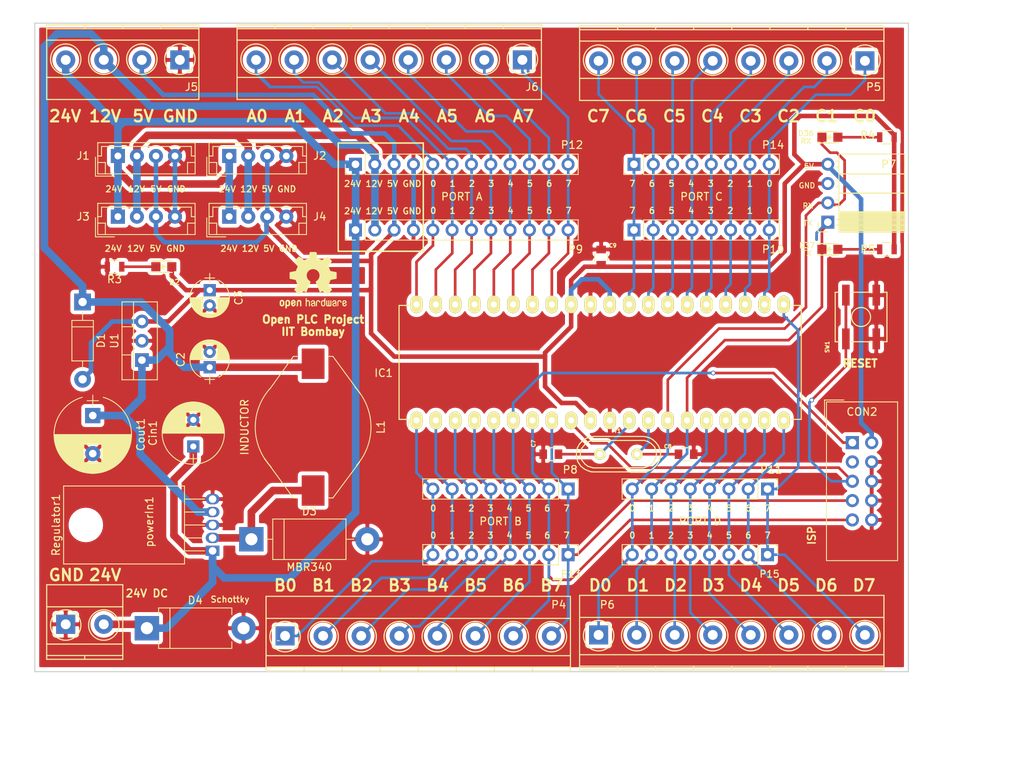
<source format=kicad_pcb>
(kicad_pcb (version 20171130) (host pcbnew 5.1.1)
  (layers (0 F.Cu signal) (31 B.Cu signal) (34 B.Paste user) (35 F.Paste user) (36 B.SilkS user) (37 F.SilkS user) (38 B.Mask user) (39 F.Mask user) (44 Edge.Cuts user))
  (net 0 "")
  (net 1 12V)
  (net 2 GND)
  (net 3 5V)
  (net 4 "Net-(C7-Pad2)")
  (net 5 "Net-(C8-Pad2)")
  (net 6 /MOSI)
  (net 7 /RST)
  (net 8 /SCK)
  (net 9 /MISO)
  (net 10 "Net-(D2-Pad1)")
  (net 11 /RX)
  (net 12 /TX)
  (net 13 24V)
  (net 14 "Net-(D36-Pad2)")
  (net 15 "Net-(D37-Pad2)")
  (net 16 /B0)
  (net 17 /B1)
  (net 18 /B2)
  (net 19 /B3)
  (net 20 /B4)
  (net 21 /D2)
  (net 22 /D3)
  (net 23 /D4)
  (net 24 /D5)
  (net 25 /D6)
  (net 26 /D7)
  (net 27 /C0)
  (net 28 /C1)
  (net 29 /C2)
  (net 30 /C3)
  (net 31 /C4)
  (net 32 /C5)
  (net 33 /C6)
  (net 34 /C7)
  (net 35 /A7)
  (net 36 /A6)
  (net 37 /A5)
  (net 38 /A4)
  (net 39 /A3)
  (net 40 /A2)
  (net 41 /A1)
  (net 42 /A0)
  (net 43 "Net-(D3-Pad1)")
  (net 44 "Net-(CON2-Pad3)")
  (module TerminalBlocks_Phoenix:TerminalBlock_Phoenix_MKDS1.5-8pol (layer F.Cu) (at 156.0265 44.704 180)
    (fp_text reference J6 (at -1.273976 -3.556 180) (layer F.SilkS))
    (fp_text value Screw_Terminal_01x08)
    (pad 8 thru_hole circle (at 35 0 180) (size 2.5 2.5) (drill 1.3) (layers *.Cu *.Mask) (net 42 /A0))
    (pad 7 thru_hole circle (at 30 0 180) (size 2.5 2.5) (drill 1.3) (layers *.Cu *.Mask) (net 41 /A1))
    (pad 6 thru_hole circle (at 25 0 180) (size 2.5 2.5) (drill 1.3) (layers *.Cu *.Mask) (net 40 /A2))
    (pad 5 thru_hole circle (at 20 0 180) (size 2.5 2.5) (drill 1.3) (layers *.Cu *.Mask) (net 39 /A3))
    (pad 4 thru_hole circle (at 15 0 180) (size 2.5 2.5) (drill 1.3) (layers *.Cu *.Mask) (net 38 /A4))
    (pad 3 thru_hole circle (at 10 0 180) (size 2.5 2.5) (drill 1.3) (layers *.Cu *.Mask) (net 37 /A5))
    (pad 1 thru_hole rect (at 0 0 180) (size 2.5 2.5) (drill 1.3) (layers *.Cu *.Mask) (net 35 /A7))
    (pad 2 thru_hole circle (at 5 0 180) (size 2.5 2.5) (drill 1.3) (layers *.Cu *.Mask) (net 36 /A6))
  )
  (module Housings_DIP:DIP-40_W15.24mm_LongPads (layer F.Cu) (at 142.113 92.075 90)
    (fp_text reference IC1 (at 6.223 -4.318 180) (layer F.SilkS))
    (fp_text value ATMEGA16-P hide)
    (pad 1 thru_hole oval (at 0 0 90) (size 2.3 1.6) (drill 0.8) (layers *.Cu *.Mask F.SilkS) (net 16 /B0))
    (pad 2 thru_hole oval (at 0 2.54 90) (size 2.3 1.6) (drill 0.8) (layers *.Cu *.Mask F.SilkS) (net 17 /B1))
    (pad 3 thru_hole oval (at 0 5.08 90) (size 2.3 1.6) (drill 0.8) (layers *.Cu *.Mask F.SilkS) (net 18 /B2))
    (pad 4 thru_hole oval (at 0 7.62 90) (size 2.3 1.6) (drill 0.8) (layers *.Cu *.Mask F.SilkS) (net 19 /B3))
    (pad 5 thru_hole oval (at 0 10.16 90) (size 2.3 1.6) (drill 0.8) (layers *.Cu *.Mask F.SilkS) (net 20 /B4))
    (pad 6 thru_hole oval (at 0 12.7 90) (size 2.3 1.6) (drill 0.8) (layers *.Cu *.Mask F.SilkS) (net 6 /MOSI))
    (pad 7 thru_hole oval (at 0 15.24 90) (size 2.3 1.6) (drill 0.8) (layers *.Cu *.Mask F.SilkS) (net 9 /MISO))
    (pad 8 thru_hole oval (at 0 17.78 90) (size 2.3 1.6) (drill 0.8) (layers *.Cu *.Mask F.SilkS) (net 8 /SCK))
    (pad 9 thru_hole oval (at 0 20.32 90) (size 2.3 1.6) (drill 0.8) (layers *.Cu *.Mask F.SilkS) (net 7 /RST))
    (pad 10 thru_hole oval (at 0 22.86 90) (size 2.3 1.6) (drill 0.8) (layers *.Cu *.Mask F.SilkS) (net 3 5V))
    (pad 11 thru_hole oval (at 0 25.4 90) (size 2.3 1.6) (drill 0.8) (layers *.Cu *.Mask F.SilkS) (net 2 GND))
    (pad 12 thru_hole oval (at 0 27.94 90) (size 2.3 1.6) (drill 0.8) (layers *.Cu *.Mask F.SilkS) (net 4 "Net-(C7-Pad2)"))
    (pad 13 thru_hole oval (at 0 30.48 90) (size 2.3 1.6) (drill 0.8) (layers *.Cu *.Mask F.SilkS) (net 5 "Net-(C8-Pad2)"))
    (pad 14 thru_hole oval (at 0 33.02 90) (size 2.3 1.6) (drill 0.8) (layers *.Cu *.Mask F.SilkS) (net 11 /RX))
    (pad 15 thru_hole oval (at 0 35.56 90) (size 2.3 1.6) (drill 0.8) (layers *.Cu *.Mask F.SilkS) (net 12 /TX))
    (pad 16 thru_hole oval (at 0 38.1 90) (size 2.3 1.6) (drill 0.8) (layers *.Cu *.Mask F.SilkS) (net 21 /D2))
    (pad 17 thru_hole oval (at 0 40.64 90) (size 2.3 1.6) (drill 0.8) (layers *.Cu *.Mask F.SilkS) (net 22 /D3))
    (pad 18 thru_hole oval (at 0 43.18 90) (size 2.3 1.6) (drill 0.8) (layers *.Cu *.Mask F.SilkS) (net 23 /D4))
    (pad 19 thru_hole oval (at 0 45.72 90) (size 2.3 1.6) (drill 0.8) (layers *.Cu *.Mask F.SilkS) (net 24 /D5))
    (pad 20 thru_hole oval (at 0 48.26 90) (size 2.3 1.6) (drill 0.8) (layers *.Cu *.Mask F.SilkS) (net 25 /D6))
    (pad 21 thru_hole oval (at 15.24 48.26 90) (size 2.3 1.6) (drill 0.8) (layers *.Cu *.Mask F.SilkS) (net 26 /D7))
    (pad 22 thru_hole oval (at 15.24 45.72 90) (size 2.3 1.6) (drill 0.8) (layers *.Cu *.Mask F.SilkS) (net 27 /C0))
    (pad 23 thru_hole oval (at 15.24 43.18 90) (size 2.3 1.6) (drill 0.8) (layers *.Cu *.Mask F.SilkS) (net 28 /C1))
    (pad 24 thru_hole oval (at 15.24 40.64 90) (size 2.3 1.6) (drill 0.8) (layers *.Cu *.Mask F.SilkS) (net 29 /C2))
    (pad 25 thru_hole oval (at 15.24 38.1 90) (size 2.3 1.6) (drill 0.8) (layers *.Cu *.Mask F.SilkS) (net 30 /C3))
    (pad 26 thru_hole oval (at 15.24 35.56 90) (size 2.3 1.6) (drill 0.8) (layers *.Cu *.Mask F.SilkS) (net 31 /C4))
    (pad 27 thru_hole oval (at 15.24 33.02 90) (size 2.3 1.6) (drill 0.8) (layers *.Cu *.Mask F.SilkS) (net 32 /C5))
    (pad 28 thru_hole oval (at 15.24 30.48 90) (size 2.3 1.6) (drill 0.8) (layers *.Cu *.Mask F.SilkS) (net 33 /C6))
    (pad 29 thru_hole oval (at 15.24 27.94 90) (size 2.3 1.6) (drill 0.8) (layers *.Cu *.Mask F.SilkS) (net 34 /C7))
    (pad 30 thru_hole oval (at 15.24 25.4 90) (size 2.3 1.6) (drill 0.8) (layers *.Cu *.Mask F.SilkS) (net 3 5V))
    (pad 31 thru_hole oval (at 15.24 22.86 90) (size 2.3 1.6) (drill 0.8) (layers *.Cu *.Mask F.SilkS) (net 2 GND))
    (pad 32 thru_hole oval (at 15.24 20.32 90) (size 2.3 1.6) (drill 0.8) (layers *.Cu *.Mask F.SilkS) (net 3 5V))
    (pad 33 thru_hole oval (at 15.24 17.78 90) (size 2.3 1.6) (drill 0.8) (layers *.Cu *.Mask F.SilkS) (net 35 /A7))
    (pad 34 thru_hole oval (at 15.24 15.24 90) (size 2.3 1.6) (drill 0.8) (layers *.Cu *.Mask F.SilkS) (net 36 /A6))
    (pad 35 thru_hole oval (at 15.24 12.7 90) (size 2.3 1.6) (drill 0.8) (layers *.Cu *.Mask F.SilkS) (net 37 /A5))
    (pad 36 thru_hole oval (at 15.24 10.16 90) (size 2.3 1.6) (drill 0.8) (layers *.Cu *.Mask F.SilkS) (net 38 /A4))
    (pad 37 thru_hole oval (at 15.24 7.62 90) (size 2.3 1.6) (drill 0.8) (layers *.Cu *.Mask F.SilkS) (net 39 /A3))
    (pad 38 thru_hole oval (at 15.24 5.08 90) (size 2.3 1.6) (drill 0.8) (layers *.Cu *.Mask F.SilkS) (net 40 /A2))
    (pad 39 thru_hole oval (at 15.24 2.54 90) (size 2.3 1.6) (drill 0.8) (layers *.Cu *.Mask F.SilkS) (net 41 /A1))
    (pad 40 thru_hole oval (at 15.24 0 90) (size 2.3 1.6) (drill 0.8) (layers *.Cu *.Mask F.SilkS) (net 42 /A0))
  )
  (module IDC:IDC-Header_2x05_Pitch2.54mm_Straight (layer F.Cu) (at 199.39 94.996)
    (fp_text reference CON2 (at 1.26 -4.046) (layer F.SilkS))
    (fp_text value AVR-ISP-10)
    (pad 1 thru_hole rect (at 0 0) (size 1.7272 1.7272) (drill 1.016) (layers *.Cu *.Mask) (net 6 /MOSI))
    (pad 2 thru_hole oval (at 2.54 0) (size 1.7272 1.7272) (drill 1.016) (layers *.Cu *.Mask) (net 3 5V))
    (pad 3 thru_hole oval (at 0 2.54) (size 1.7272 1.7272) (drill 1.016) (layers *.Cu *.Mask) (net 44 "Net-(CON2-Pad3)"))
    (pad 4 thru_hole oval (at 2.54 2.54) (size 1.7272 1.7272) (drill 1.016) (layers *.Cu *.Mask) (net 2 GND))
    (pad 5 thru_hole oval (at 0 5.08) (size 1.7272 1.7272) (drill 1.016) (layers *.Cu *.Mask) (net 7 /RST))
    (pad 6 thru_hole oval (at 2.54 5.08) (size 1.7272 1.7272) (drill 1.016) (layers *.Cu *.Mask) (net 2 GND))
    (pad 7 thru_hole oval (at 0 7.62) (size 1.7272 1.7272) (drill 1.016) (layers *.Cu *.Mask) (net 8 /SCK))
    (pad 8 thru_hole oval (at 2.54 7.62) (size 1.7272 1.7272) (drill 1.016) (layers *.Cu *.Mask) (net 2 GND))
    (pad 9 thru_hole oval (at 0 10.16) (size 1.7272 1.7272) (drill 1.016) (layers *.Cu *.Mask) (net 9 /MISO))
    (pad 10 thru_hole oval (at 2.54 10.16) (size 1.7272 1.7272) (drill 1.016) (layers *.Cu *.Mask) (net 2 GND))
  )
  (module Socket_Strips:Socket_Strip_Straight_1x08_Pitch2.54mm (layer F.Cu) (at 188.24543 101.092 270)
    (fp_text reference P11 (at -2.54 -0.47657) (layer F.SilkS))
    (fp_text value PortD_B)
    (pad 8 thru_hole oval (at 0 17.78 270) (size 1.7 1.7) (drill 1) (layers *.Cu *.Mask) (net 11 /RX))
    (pad 7 thru_hole oval (at 0 15.24 270) (size 1.7 1.7) (drill 1) (layers *.Cu *.Mask) (net 12 /TX))
    (pad 6 thru_hole oval (at 0 12.7 270) (size 1.7 1.7) (drill 1) (layers *.Cu *.Mask) (net 21 /D2))
    (pad 5 thru_hole oval (at 0 10.16 270) (size 1.7 1.7) (drill 1) (layers *.Cu *.Mask) (net 22 /D3))
    (pad 4 thru_hole oval (at 0 7.62 270) (size 1.7 1.7) (drill 1) (layers *.Cu *.Mask) (net 23 /D4))
    (pad 3 thru_hole oval (at 0 5.08 270) (size 1.7 1.7) (drill 1) (layers *.Cu *.Mask) (net 24 /D5))
    (pad 2 thru_hole oval (at 0 2.54 270) (size 1.7 1.7) (drill 1) (layers *.Cu *.Mask) (net 25 /D6))
    (pad 1 thru_hole rect (at 0 0 270) (size 1.7 1.7) (drill 1) (layers *.Cu *.Mask) (net 26 /D7))
  )
  (module TerminalBlocks_Phoenix:TerminalBlock_Phoenix_MKDS1.5-4pol (layer F.Cu) (at 111.012 44.704 180)
    (fp_text reference J5 (at -1.524 -3.556 180) (layer F.SilkS))
    (fp_text value Screw_Terminal_01x04)
    (pad 4 thru_hole circle (at 15 0 180) (size 2.5 2.5) (drill 1.3) (layers *.Cu *.Mask) (net 13 24V))
    (pad 3 thru_hole circle (at 10 0 180) (size 2.5 2.5) (drill 1.3) (layers *.Cu *.Mask) (net 1 12V))
    (pad 1 thru_hole rect (at 0 0 180) (size 2.5 2.5) (drill 1.3) (layers *.Cu *.Mask) (net 2 GND))
    (pad 2 thru_hole circle (at 5 0 180) (size 2.5 2.5) (drill 1.3) (layers *.Cu *.Mask) (net 3 5V))
  )
  (module Crystals:Crystal_HC49-U_Vertical (layer F.Cu) (at 168.64584 96.51492)
    (fp_text reference Y1 (at -0.127 -3.048) (layer F.SilkS) (effects (font (size 0.5 0.5) (thickness 0.125))))
    (fp_text value 16Mhz hide)
    (pad 1 thru_hole circle (at -2.44094 0) (size 1.50114 1.50114) (drill 0.8001) (layers *.Cu *.Mask F.SilkS) (net 4 "Net-(C7-Pad2)"))
    (pad 2 thru_hole circle (at 2.44094 0) (size 1.50114 1.50114) (drill 0.8001) (layers *.Cu *.Mask F.SilkS) (net 5 "Net-(C8-Pad2)"))
  )
  (module TerminalBlocks_Phoenix:TerminalBlock_Phoenix_MKDS1.5-8pol (layer F.Cu) (at 201.041 44.831 180)
    (fp_text reference P5 (at -1.143 -3.429 180) (layer F.SilkS))
    (fp_text value PortC)
    (pad 8 thru_hole circle (at 35 0 180) (size 2.5 2.5) (drill 1.3) (layers *.Cu *.Mask) (net 34 /C7))
    (pad 7 thru_hole circle (at 30 0 180) (size 2.5 2.5) (drill 1.3) (layers *.Cu *.Mask) (net 33 /C6))
    (pad 6 thru_hole circle (at 25 0 180) (size 2.5 2.5) (drill 1.3) (layers *.Cu *.Mask) (net 32 /C5))
    (pad 5 thru_hole circle (at 20 0 180) (size 2.5 2.5) (drill 1.3) (layers *.Cu *.Mask) (net 31 /C4))
    (pad 4 thru_hole circle (at 15 0 180) (size 2.5 2.5) (drill 1.3) (layers *.Cu *.Mask) (net 30 /C3))
    (pad 3 thru_hole circle (at 10 0 180) (size 2.5 2.5) (drill 1.3) (layers *.Cu *.Mask) (net 29 /C2))
    (pad 1 thru_hole rect (at 0 0 180) (size 2.5 2.5) (drill 1.3) (layers *.Cu *.Mask) (net 27 /C0))
    (pad 2 thru_hole circle (at 5 0 180) (size 2.5 2.5) (drill 1.3) (layers *.Cu *.Mask) (net 28 /C1))
  )
  (module LEDs:LED_0805 (layer F.Cu) (at 196.43642 69.596)
    (fp_text reference D37 (at -3.018 -0.508) (layer F.SilkS) (effects (font (size 0.7 0.7) (thickness 0.125))))
    (fp_text value TX (at -3.018 0.508) (layer F.SilkS) (effects (font (size 0.7 0.7) (thickness 0.125))))
    (pad 2 smd rect (at 1.04902 0 180) (size 1.19888 1.19888) (layers F.Cu F.Paste F.Mask) (net 15 "Net-(D37-Pad2)"))
    (pad 1 smd rect (at -1.04902 0 180) (size 1.19888 1.19888) (layers F.Cu F.Paste F.Mask) (net 12 /TX))
  )
  (module TerminalBlocks_Phoenix:TerminalBlock_Phoenix_MKDS1.5-8pol (layer F.Cu) (at 166.041 120.269)
    (fp_text reference P6 (at 1.143 -3.969) (layer F.SilkS))
    (fp_text value PortD)
    (pad 2 thru_hole circle (at 5 0) (size 2.5 2.5) (drill 1.3) (layers *.Cu *.Mask) (net 12 /TX))
    (pad 1 thru_hole rect (at 0 0) (size 2.5 2.5) (drill 1.3) (layers *.Cu *.Mask) (net 11 /RX))
    (pad 3 thru_hole circle (at 10 0) (size 2.5 2.5) (drill 1.3) (layers *.Cu *.Mask) (net 21 /D2))
    (pad 4 thru_hole circle (at 15 0) (size 2.5 2.5) (drill 1.3) (layers *.Cu *.Mask) (net 22 /D3))
    (pad 5 thru_hole circle (at 20 0) (size 2.5 2.5) (drill 1.3) (layers *.Cu *.Mask) (net 23 /D4))
    (pad 6 thru_hole circle (at 25 0) (size 2.5 2.5) (drill 1.3) (layers *.Cu *.Mask) (net 24 /D5))
    (pad 7 thru_hole circle (at 30 0) (size 2.5 2.5) (drill 1.3) (layers *.Cu *.Mask) (net 25 /D6))
    (pad 8 thru_hole circle (at 35 0) (size 2.5 2.5) (drill 1.3) (layers *.Cu *.Mask) (net 26 /D7))
  )
  (module Capacitors_SMD:C_0805 (layer F.Cu) (at 166.375 70.62 90)
    (fp_text reference C9 (at 1.524 1.524 -180) (layer F.SilkS) (effects (font (size 0.5 0.5) (thickness 0.125))))
    (fp_text value 100nF hide)
    (pad 1 smd rect (at -1 0 90) (size 1 1.25) (layers F.Cu F.Paste F.Mask) (net 3 5V))
    (pad 2 smd rect (at 1 0 90) (size 1 1.25) (layers F.Cu F.Paste F.Mask) (net 2 GND))
  )
  (module Capacitors_SMD:C_0805 (layer F.Cu) (at 159.766 96.52)
    (fp_text reference C7 (at -2.286 -1.397 90) (layer F.SilkS) (effects (font (size 0.5 0.5) (thickness 0.125))))
    (fp_text value 22pF hide)
    (pad 1 smd rect (at -1 0) (size 1 1.25) (layers F.Cu F.Paste F.Mask) (net 2 GND))
    (pad 2 smd rect (at 1 0) (size 1 1.25) (layers F.Cu F.Paste F.Mask) (net 4 "Net-(C7-Pad2)"))
  )
  (module TerminalBlocks_Phoenix:TerminalBlock_Phoenix_MKDS1.5-2pol (layer F.Cu) (at 96.012 118.872)
    (fp_text reference powerIn1 (at 10.988 -13.472 90) (layer F.SilkS))
    (fp_text value 24V)
    (pad 2 thru_hole circle (at 5 0) (size 2.5 2.5) (drill 1.3) (layers *.Cu *.Mask) (net 13 24V))
    (pad 1 thru_hole rect (at 0 0) (size 2.5 2.5) (drill 1.3) (layers *.Cu *.Mask) (net 2 GND))
  )
  (module Capacitors_THT:CP_Radial_D5.0mm_P2.00mm (layer F.Cu) (at 114.935 85.09 90)
    (fp_text reference C2 (at 1 -3.81 90) (layer F.SilkS))
    (fp_text value 100uF)
    (pad 1 thru_hole rect (at 0 0 90) (size 1.6 1.6) (drill 0.8) (layers *.Cu *.Mask) (net 1 12V))
    (pad 2 thru_hole circle (at 2 0 90) (size 1.6 1.6) (drill 0.8) (layers *.Cu *.Mask) (net 2 GND))
  )
  (module Diodes_THT:D_DO-41_SOD81_P10.16mm_Horizontal (layer F.Cu) (at 98.23196 76.5175 270)
    (fp_text reference D1 (at 5.08 -2.41 270) (layer F.SilkS))
    (fp_text value D)
    (pad 2 thru_hole oval (at 10.16 0 270) (size 2.2 2.2) (drill 1.1) (layers *.Cu *.Mask) (net 3 5V))
    (pad 1 thru_hole rect (at 0 0 270) (size 2.2 2.2) (drill 1.1) (layers *.Cu *.Mask) (net 1 12V))
  )
  (module Pin_Headers:Pin_Header_Straight_1x08_Pitch2.54mm (layer F.Cu) (at 170.688 58.42 90)
    (fp_text reference P14 (at 2.54 18.288 180) (layer F.SilkS))
    (fp_text value PortC_M)
    (pad 1 thru_hole rect (at 0 0 90) (size 1.7 1.7) (drill 1) (layers *.Cu *.Mask) (net 34 /C7))
    (pad 2 thru_hole oval (at 0 2.54 90) (size 1.7 1.7) (drill 1) (layers *.Cu *.Mask) (net 33 /C6))
    (pad 3 thru_hole oval (at 0 5.08 90) (size 1.7 1.7) (drill 1) (layers *.Cu *.Mask) (net 32 /C5))
    (pad 4 thru_hole oval (at 0 7.62 90) (size 1.7 1.7) (drill 1) (layers *.Cu *.Mask) (net 31 /C4))
    (pad 5 thru_hole oval (at 0 10.16 90) (size 1.7 1.7) (drill 1) (layers *.Cu *.Mask) (net 30 /C3))
    (pad 6 thru_hole oval (at 0 12.7 90) (size 1.7 1.7) (drill 1) (layers *.Cu *.Mask) (net 29 /C2))
    (pad 7 thru_hole oval (at 0 15.24 90) (size 1.7 1.7) (drill 1) (layers *.Cu *.Mask) (net 28 /C1))
    (pad 8 thru_hole oval (at 0 17.78 90) (size 1.7 1.7) (drill 1) (layers *.Cu *.Mask) (net 27 /C0))
  )
  (module Pin_Headers:Pin_Header_Straight_1x08_Pitch2.54mm (layer F.Cu) (at 188.24543 109.728 270)
    (fp_text reference P15 (at 2.54 -0.254) (layer F.SilkS) (effects (font (size 0.9 0.9))))
    (fp_text value PortD_M)
    (pad 8 thru_hole oval (at 0 17.78 270) (size 1.7 1.7) (drill 1) (layers *.Cu *.Mask) (net 11 /RX))
    (pad 7 thru_hole oval (at 0 15.24 270) (size 1.7 1.7) (drill 1) (layers *.Cu *.Mask) (net 12 /TX))
    (pad 6 thru_hole oval (at 0 12.7 270) (size 1.7 1.7) (drill 1) (layers *.Cu *.Mask) (net 21 /D2))
    (pad 5 thru_hole oval (at 0 10.16 270) (size 1.7 1.7) (drill 1) (layers *.Cu *.Mask) (net 22 /D3))
    (pad 4 thru_hole oval (at 0 7.62 270) (size 1.7 1.7) (drill 1) (layers *.Cu *.Mask) (net 23 /D4))
    (pad 3 thru_hole oval (at 0 5.08 270) (size 1.7 1.7) (drill 1) (layers *.Cu *.Mask) (net 24 /D5))
    (pad 2 thru_hole oval (at 0 2.54 270) (size 1.7 1.7) (drill 1) (layers *.Cu *.Mask) (net 25 /D6))
    (pad 1 thru_hole rect (at 0 0 270) (size 1.7 1.7) (drill 1) (layers *.Cu *.Mask) (net 26 /D7))
  )
  (module Socket_Strips:Socket_Strip_Straight_1x12_Pitch2.54mm (layer F.Cu) (at 134.092 67.056 90)
    (fp_text reference P9 (at -2.54 28.92419 180) (layer F.SilkS))
    (fp_text value PortA_B)
    (pad 1 thru_hole rect (at 0 0 90) (size 1.7 1.7) (drill 1) (layers *.Cu *.Mask) (net 13 24V))
    (pad 2 thru_hole oval (at 0 2.54 90) (size 1.7 1.7) (drill 1) (layers *.Cu *.Mask) (net 1 12V))
    (pad 3 thru_hole oval (at 0 5.08 90) (size 1.7 1.7) (drill 1) (layers *.Cu *.Mask) (net 3 5V))
    (pad 4 thru_hole oval (at 0 7.62 90) (size 1.7 1.7) (drill 1) (layers *.Cu *.Mask) (net 2 GND))
    (pad 5 thru_hole oval (at 0 10.16 90) (size 1.7 1.7) (drill 1) (layers *.Cu *.Mask) (net 42 /A0))
    (pad 6 thru_hole oval (at 0 12.7 90) (size 1.7 1.7) (drill 1) (layers *.Cu *.Mask) (net 41 /A1))
    (pad 7 thru_hole oval (at 0 15.24 90) (size 1.7 1.7) (drill 1) (layers *.Cu *.Mask) (net 40 /A2))
    (pad 8 thru_hole oval (at 0 17.78 90) (size 1.7 1.7) (drill 1) (layers *.Cu *.Mask) (net 39 /A3))
    (pad 9 thru_hole oval (at 0 20.32 90) (size 1.7 1.7) (drill 1) (layers *.Cu *.Mask) (net 38 /A4))
    (pad 10 thru_hole oval (at 0 22.86 90) (size 1.7 1.7) (drill 1) (layers *.Cu *.Mask) (net 37 /A5))
    (pad 11 thru_hole oval (at 0 25.4 90) (size 1.7 1.7) (drill 1) (layers *.Cu *.Mask) (net 36 /A6))
    (pad 12 thru_hole oval (at 0 27.94 90) (size 1.7 1.7) (drill 1) (layers *.Cu *.Mask) (net 35 /A7))
  )
  (module Socket_Strips:Socket_Strip_Straight_1x08_Pitch2.54mm (layer F.Cu) (at 162.042 101.092 270)
    (fp_text reference P8 (at -2.54 -0.264) (layer F.SilkS))
    (fp_text value PortB_B)
    (pad 8 thru_hole oval (at 0 17.78 270) (size 1.7 1.7) (drill 1) (layers *.Cu *.Mask) (net 16 /B0))
    (pad 7 thru_hole oval (at 0 15.24 270) (size 1.7 1.7) (drill 1) (layers *.Cu *.Mask) (net 17 /B1))
    (pad 6 thru_hole oval (at 0 12.7 270) (size 1.7 1.7) (drill 1) (layers *.Cu *.Mask) (net 18 /B2))
    (pad 5 thru_hole oval (at 0 10.16 270) (size 1.7 1.7) (drill 1) (layers *.Cu *.Mask) (net 19 /B3))
    (pad 4 thru_hole oval (at 0 7.62 270) (size 1.7 1.7) (drill 1) (layers *.Cu *.Mask) (net 20 /B4))
    (pad 3 thru_hole oval (at 0 5.08 270) (size 1.7 1.7) (drill 1) (layers *.Cu *.Mask) (net 6 /MOSI))
    (pad 2 thru_hole oval (at 0 2.54 270) (size 1.7 1.7) (drill 1) (layers *.Cu *.Mask) (net 9 /MISO))
    (pad 1 thru_hole rect (at 0 0 270) (size 1.7 1.7) (drill 1) (layers *.Cu *.Mask) (net 8 /SCK))
  )
  (module Pin_Headers:Pin_Header_Straight_1x12_Pitch2.54mm (layer F.Cu) (at 134.092 58.42 90)
    (fp_text reference P12 (at 2.54 28.448 180) (layer F.SilkS))
    (fp_text value PortA_M)
    (pad 1 thru_hole rect (at 0 0 90) (size 1.7 1.7) (drill 1) (layers *.Cu *.Mask) (net 13 24V))
    (pad 2 thru_hole oval (at 0 2.54 90) (size 1.7 1.7) (drill 1) (layers *.Cu *.Mask) (net 1 12V))
    (pad 3 thru_hole oval (at 0 5.08 90) (size 1.7 1.7) (drill 1) (layers *.Cu *.Mask) (net 3 5V))
    (pad 4 thru_hole oval (at 0 7.62 90) (size 1.7 1.7) (drill 1) (layers *.Cu *.Mask) (net 2 GND))
    (pad 5 thru_hole oval (at 0 10.16 90) (size 1.7 1.7) (drill 1) (layers *.Cu *.Mask) (net 42 /A0))
    (pad 6 thru_hole oval (at 0 12.7 90) (size 1.7 1.7) (drill 1) (layers *.Cu *.Mask) (net 41 /A1))
    (pad 7 thru_hole oval (at 0 15.24 90) (size 1.7 1.7) (drill 1) (layers *.Cu *.Mask) (net 40 /A2))
    (pad 8 thru_hole oval (at 0 17.78 90) (size 1.7 1.7) (drill 1) (layers *.Cu *.Mask) (net 39 /A3))
    (pad 9 thru_hole oval (at 0 20.32 90) (size 1.7 1.7) (drill 1) (layers *.Cu *.Mask) (net 38 /A4))
    (pad 10 thru_hole oval (at 0 22.86 90) (size 1.7 1.7) (drill 1) (layers *.Cu *.Mask) (net 37 /A5))
    (pad 11 thru_hole oval (at 0 25.4 90) (size 1.7 1.7) (drill 1) (layers *.Cu *.Mask) (net 36 /A6))
    (pad 12 thru_hole oval (at 0 27.94 90) (size 1.7 1.7) (drill 1) (layers *.Cu *.Mask) (net 35 /A7))
  )
  (module TO_SOT_Packages_THT:TO-220-3_Vertical (layer F.Cu) (at 106.03 84.1575 90)
    (fp_text reference U1 (at 2.54 -3.62 90) (layer F.SilkS))
    (fp_text value 7805)
    (pad 3 thru_hole oval (at 5.08 0 90) (size 1.8 1.8) (drill 1) (layers *.Cu *.Mask) (net 3 5V))
    (pad 2 thru_hole oval (at 2.54 0 90) (size 1.8 1.8) (drill 1) (layers *.Cu *.Mask) (net 2 GND))
    (pad 1 thru_hole rect (at 0 0 90) (size 1.8 1.8) (drill 1) (layers *.Cu *.Mask) (net 1 12V))
  )
  (module Socket_Strips:Socket_Strip_Angled_1x04_Pitch2.54mm (layer F.Cu) (at 196.16 66.03 180)
    (fp_text reference P7 (at -8.001 7.62 180) (layer F.SilkS))
    (fp_text value Max232)
    (pad 1 thru_hole rect (at 0 0 180) (size 1.7 1.7) (drill 1) (layers *.Cu *.Mask) (net 12 /TX))
    (pad 2 thru_hole oval (at 0 2.54 180) (size 1.7 1.7) (drill 1) (layers *.Cu *.Mask) (net 11 /RX))
    (pad 3 thru_hole oval (at 0 5.08 180) (size 1.7 1.7) (drill 1) (layers *.Cu *.Mask) (net 2 GND))
    (pad 4 thru_hole oval (at 0 7.62 180) (size 1.7 1.7) (drill 1) (layers *.Cu *.Mask) (net 3 5V))
  )
  (module Diodes_THT:D_DO-201AD_P15.24mm_Horizontal (layer F.Cu) (at 120.4112 107.696)
    (fp_text reference D3 (at 7.62 -3.66) (layer F.SilkS))
    (fp_text value MBR340 (at 7.62 3.66) (layer F.SilkS))
    (pad 2 thru_hole oval (at 15.24 0) (size 3.2 3.2) (drill 1.6) (layers *.Cu *.Mask) (net 2 GND))
    (pad 1 thru_hole rect (at 0 0) (size 3.2 3.2) (drill 1.6) (layers *.Cu *.Mask) (net 43 "Net-(D3-Pad1)"))
  )
  (module Socket_Strips:Socket_Strip_Straight_1x08_Pitch2.54mm (layer F.Cu) (at 170.688 67.056 90)
    (fp_text reference P10 (at -2.54 18.288 180) (layer F.SilkS))
    (fp_text value PortC_B)
    (pad 8 thru_hole oval (at 0 17.78 90) (size 1.7 1.7) (drill 1) (layers *.Cu *.Mask) (net 27 /C0))
    (pad 7 thru_hole oval (at 0 15.24 90) (size 1.7 1.7) (drill 1) (layers *.Cu *.Mask) (net 28 /C1))
    (pad 6 thru_hole oval (at 0 12.7 90) (size 1.7 1.7) (drill 1) (layers *.Cu *.Mask) (net 29 /C2))
    (pad 5 thru_hole oval (at 0 10.16 90) (size 1.7 1.7) (drill 1) (layers *.Cu *.Mask) (net 30 /C3))
    (pad 4 thru_hole oval (at 0 7.62 90) (size 1.7 1.7) (drill 1) (layers *.Cu *.Mask) (net 31 /C4))
    (pad 3 thru_hole oval (at 0 5.08 90) (size 1.7 1.7) (drill 1) (layers *.Cu *.Mask) (net 32 /C5))
    (pad 2 thru_hole oval (at 0 2.54 90) (size 1.7 1.7) (drill 1) (layers *.Cu *.Mask) (net 33 /C6))
    (pad 1 thru_hole rect (at 0 0 90) (size 1.7 1.7) (drill 1) (layers *.Cu *.Mask) (net 34 /C7))
  )
  (module Inductors_SMD:L_Fastron_PISR_Handsoldering (layer F.Cu) (at 128.524 92.964 270)
    (fp_text reference L1 (at 0 -8.89 270) (layer F.SilkS))
    (fp_text value INDUCTOR (at 0 9 270) (layer F.SilkS))
    (pad 1 smd rect (at 8.33 0 270) (size 4 3) (layers F.Cu F.Paste F.Mask) (net 43 "Net-(D3-Pad1)"))
    (pad 2 smd rect (at -8.33 0 270) (size 4 3) (layers F.Cu F.Paste F.Mask) (net 1 12V))
  )
  (module Capacitors_THT:CP_Radial_D10.0mm_P5.00mm (layer F.Cu) (at 99.568 91.44 270)
    (fp_text reference Cout1 (at 2.5 -6.31 270) (layer F.SilkS))
    (fp_text value 1000uf)
    (pad 2 thru_hole circle (at 5 0 270) (size 2 2) (drill 1) (layers *.Cu *.Mask) (net 2 GND))
    (pad 1 thru_hole rect (at 0 0 270) (size 2 2) (drill 1) (layers *.Cu *.Mask) (net 1 12V))
  )
  (module Resistors_SMD:R_0805 (layer F.Cu) (at 102.428 71.882 180)
    (fp_text reference R3 (at 0 -1.65 180) (layer F.SilkS))
    (fp_text value 470E)
    (pad 1 smd rect (at -0.95 0 180) (size 0.7 1.3) (layers F.Cu F.Paste F.Mask) (net 10 "Net-(D2-Pad1)"))
    (pad 2 smd rect (at 0.95 0 180) (size 0.7 1.3) (layers F.Cu F.Paste F.Mask) (net 2 GND))
  )
  (module TerminalBlocks_Phoenix:TerminalBlock_Phoenix_MKDS1.5-8pol (layer F.Cu) (at 124.841 120.396)
    (fp_text reference P4 (at 35.959 -4.096) (layer F.SilkS))
    (fp_text value PortB)
    (pad 2 thru_hole circle (at 5 0) (size 2.5 2.5) (drill 1.3) (layers *.Cu *.Mask) (net 17 /B1))
    (pad 1 thru_hole rect (at 0 0) (size 2.5 2.5) (drill 1.3) (layers *.Cu *.Mask) (net 16 /B0))
    (pad 3 thru_hole circle (at 10 0) (size 2.5 2.5) (drill 1.3) (layers *.Cu *.Mask) (net 18 /B2))
    (pad 4 thru_hole circle (at 15 0) (size 2.5 2.5) (drill 1.3) (layers *.Cu *.Mask) (net 19 /B3))
    (pad 5 thru_hole circle (at 20 0) (size 2.5 2.5) (drill 1.3) (layers *.Cu *.Mask) (net 20 /B4))
    (pad 6 thru_hole circle (at 25 0) (size 2.5 2.5) (drill 1.3) (layers *.Cu *.Mask) (net 6 /MOSI))
    (pad 7 thru_hole circle (at 30 0) (size 2.5 2.5) (drill 1.3) (layers *.Cu *.Mask) (net 9 /MISO))
    (pad 8 thru_hole circle (at 35 0) (size 2.5 2.5) (drill 1.3) (layers *.Cu *.Mask) (net 8 /SCK))
  )
  (module Capacitors_THT:CP_Radial_D5.0mm_P2.00mm (layer F.Cu) (at 114.935 74.962 270)
    (fp_text reference C3 (at 1 -3.81 270) (layer F.SilkS))
    (fp_text value 10uF)
    (pad 1 thru_hole rect (at 0 0 270) (size 1.6 1.6) (drill 0.8) (layers *.Cu *.Mask) (net 3 5V))
    (pad 2 thru_hole circle (at 2 0 270) (size 1.6 1.6) (drill 0.8) (layers *.Cu *.Mask) (net 2 GND))
  )
  (module Capacitors_SMD:C_0805 (layer F.Cu) (at 177.546 96.52 180)
    (fp_text reference C8 (at 2.413 1.016 180) (layer F.SilkS) (effects (font (size 0.5 0.5) (thickness 0.125))))
    (fp_text value 22pF hide)
    (pad 1 smd rect (at -1 0 180) (size 1 1.25) (layers F.Cu F.Paste F.Mask) (net 2 GND))
    (pad 2 smd rect (at 1 0 180) (size 1 1.25) (layers F.Cu F.Paste F.Mask) (net 5 "Net-(C8-Pad2)"))
  )
  (module Resistors_SMD:R_0805 (layer F.Cu) (at 203.932 54.864)
    (fp_text reference R4 (at -2.51 -0.254) (layer F.SilkS))
    (fp_text value 1K)
    (pad 1 smd rect (at -0.95 0) (size 0.7 1.3) (layers F.Cu F.Paste F.Mask) (net 14 "Net-(D36-Pad2)"))
    (pad 2 smd rect (at 0.95 0) (size 0.7 1.3) (layers F.Cu F.Paste F.Mask) (net 3 5V))
  )
  (module LEDs:LED_0805 (layer F.Cu) (at 108.9025 71.882)
    (fp_text reference D2 (at 1.397 2.032) (layer F.SilkS) (effects (font (size 0.7 0.7))))
    (fp_text value LED hide)
    (pad 2 smd rect (at 1.04902 0 180) (size 1.19888 1.19888) (layers F.Cu F.Paste F.Mask) (net 3 5V))
    (pad 1 smd rect (at -1.04902 0 180) (size 1.19888 1.19888) (layers F.Cu F.Paste F.Mask) (net 10 "Net-(D2-Pad1)"))
  )
  (module Diodes_THT:D_DO-201AD_P12.70mm_Horizontal (layer F.Cu) (at 106.68 119.38)
    (fp_text reference D4 (at 6.35 -3.66) (layer F.SilkS))
    (fp_text value D_Schottky)
    (pad 2 thru_hole oval (at 12.7 0) (size 3.2 3.2) (drill 1.6) (layers *.Cu *.Mask) (net 2 GND))
    (pad 1 thru_hole rect (at 0 0) (size 3.2 3.2) (drill 1.6) (layers *.Cu *.Mask) (net 13 24V))
  )
  (module Capacitors_THT:CP_Radial_D8.0mm_P3.50mm (layer F.Cu) (at 112.776 95.504 90)
    (fp_text reference Cin1 (at 1.75 -5.31 90) (layer F.SilkS))
    (fp_text value 100uf)
    (pad 1 thru_hole rect (at 0 0 90) (size 1.6 1.6) (drill 0.8) (layers *.Cu *.Mask) (net 13 24V))
    (pad 2 thru_hole circle (at 3.5 0 90) (size 1.6 1.6) (drill 0.8) (layers *.Cu *.Mask) (net 2 GND))
  )
  (module Buttons_Switches_SMD:SW_SPST_B3SL-1002P (layer F.Cu) (at 200.535 78.488 270)
    (fp_text reference SW1 (at 3.937 4.445 270) (layer F.SilkS) (effects (font (size 0.5 0.5) (thickness 0.125))))
    (fp_text value SW_PUSH hide)
    (pad 1 smd rect (at -2.875 -2 270) (size 2.75 1) (layers F.Cu F.Paste F.Mask) (net 2 GND))
    (pad 1 smd rect (at 2.875 -2 270) (size 2.75 1) (layers F.Cu F.Paste F.Mask) (net 2 GND))
    (pad 2 smd rect (at 2.875 2 270) (size 2.75 1) (layers F.Cu F.Paste F.Mask) (net 7 /RST))
    (pad 2 smd rect (at -2.875 2 270) (size 2.75 1) (layers F.Cu F.Paste F.Mask) (net 7 /RST))
  )
  (module TO_SOT_Packages_THT:TO-220-5_Horizontal (layer F.Cu) (at 115.316 109.22 90)
    (fp_text reference Regulator1 (at 3.4 -20.58 90) (layer F.SilkS))
    (fp_text value "24 to 12")
    (pad 5 thru_hole oval (at 6.8 0 90) (size 1.35 1.8) (drill 1) (layers *.Cu *.Mask) (net 2 GND))
    (pad 4 thru_hole oval (at 5.1 0 90) (size 1.35 1.8) (drill 1) (layers *.Cu *.Mask) (net 1 12V))
    (pad 3 thru_hole oval (at 3.4 0 90) (size 1.35 1.8) (drill 1) (layers *.Cu *.Mask) (net 2 GND))
    (pad 2 thru_hole oval (at 1.7 0 90) (size 1.35 1.8) (drill 1) (layers *.Cu *.Mask) (net 43 "Net-(D3-Pad1)"))
    (pad 1 thru_hole rect (at 0 0 90) (size 1.35 1.8) (drill 1) (layers *.Cu *.Mask) (net 13 24V))
    (pad 0 np_thru_hole oval (at 3.4 -16.66 90) (size 3.5 3.5) (drill 3.5) (layers *.Cu *.Mask))
  )
  (module Connectors_JST:JST_EH_B04B-EH-A_04x2.50mm_Straight (layer F.Cu) (at 117.5004 65.3034)
    (fp_text reference J4 (at 11.8996 -0.0034) (layer F.SilkS))
    (fp_text value Conn_01x04)
    (pad 1 thru_hole rect (at 0 0) (size 1.85 1.85) (drill 0.9) (layers *.Cu *.Mask) (net 13 24V))
    (pad 2 thru_hole circle (at 2.5 0) (size 1.85 1.85) (drill 0.9) (layers *.Cu *.Mask) (net 1 12V))
    (pad 3 thru_hole circle (at 5 0) (size 1.85 1.85) (drill 0.9) (layers *.Cu *.Mask) (net 3 5V))
    (pad 4 thru_hole circle (at 7.5 0) (size 1.85 1.85) (drill 0.9) (layers *.Cu *.Mask) (net 2 GND))
  )
  (module Connectors_JST:JST_EH_B04B-EH-A_04x2.50mm_Straight (layer F.Cu) (at 102.87 65.3034)
    (fp_text reference J3 (at -4.57 -0.0034) (layer F.SilkS))
    (fp_text value Conn_01x04)
    (pad 1 thru_hole rect (at 0 0) (size 1.85 1.85) (drill 0.9) (layers *.Cu *.Mask) (net 13 24V))
    (pad 2 thru_hole circle (at 2.5 0) (size 1.85 1.85) (drill 0.9) (layers *.Cu *.Mask) (net 1 12V))
    (pad 3 thru_hole circle (at 5 0) (size 1.85 1.85) (drill 0.9) (layers *.Cu *.Mask) (net 3 5V))
    (pad 4 thru_hole circle (at 7.5 0) (size 1.85 1.85) (drill 0.9) (layers *.Cu *.Mask) (net 2 GND))
  )
  (module Pin_Headers:Pin_Header_Straight_1x08_Pitch2.54mm (layer F.Cu) (at 162.042 109.728 270)
    (fp_text reference P13 (at 2.54 -0.3556) (layer F.SilkS) (effects (font (size 0.9 0.9))))
    (fp_text value PortB_M)
    (pad 8 thru_hole oval (at 0 17.78 270) (size 1.7 1.7) (drill 1) (layers *.Cu *.Mask) (net 16 /B0))
    (pad 7 thru_hole oval (at 0 15.24 270) (size 1.7 1.7) (drill 1) (layers *.Cu *.Mask) (net 17 /B1))
    (pad 6 thru_hole oval (at 0 12.7 270) (size 1.7 1.7) (drill 1) (layers *.Cu *.Mask) (net 18 /B2))
    (pad 5 thru_hole oval (at 0 10.16 270) (size 1.7 1.7) (drill 1) (layers *.Cu *.Mask) (net 19 /B3))
    (pad 4 thru_hole oval (at 0 7.62 270) (size 1.7 1.7) (drill 1) (layers *.Cu *.Mask) (net 20 /B4))
    (pad 3 thru_hole oval (at 0 5.08 270) (size 1.7 1.7) (drill 1) (layers *.Cu *.Mask) (net 6 /MOSI))
    (pad 2 thru_hole oval (at 0 2.54 270) (size 1.7 1.7) (drill 1) (layers *.Cu *.Mask) (net 9 /MISO))
    (pad 1 thru_hole rect (at 0 0 270) (size 1.7 1.7) (drill 1) (layers *.Cu *.Mask) (net 8 /SCK))
  )
  (module Connectors_JST:JST_EH_B04B-EH-A_04x2.50mm_Straight (layer F.Cu) (at 102.87 57.3278)
    (fp_text reference J1 (at -4.57 -0.0278) (layer F.SilkS))
    (fp_text value Conn_01x04)
    (pad 1 thru_hole rect (at 0 0) (size 1.85 1.85) (drill 0.9) (layers *.Cu *.Mask) (net 13 24V))
    (pad 2 thru_hole circle (at 2.5 0) (size 1.85 1.85) (drill 0.9) (layers *.Cu *.Mask) (net 1 12V))
    (pad 3 thru_hole circle (at 5 0) (size 1.85 1.85) (drill 0.9) (layers *.Cu *.Mask) (net 3 5V))
    (pad 4 thru_hole circle (at 7.5 0) (size 1.85 1.85) (drill 0.9) (layers *.Cu *.Mask) (net 2 GND))
  )
  (module Resistors_SMD:R_0805 (layer F.Cu) (at 203.932 69.596)
    (fp_text reference R5 (at -2.51 0) (layer F.SilkS))
    (fp_text value 1K)
    (pad 1 smd rect (at -0.95 0) (size 0.7 1.3) (layers F.Cu F.Paste F.Mask) (net 15 "Net-(D37-Pad2)"))
    (pad 2 smd rect (at 0.95 0) (size 0.7 1.3) (layers F.Cu F.Paste F.Mask) (net 3 5V))
  )
  (module Connectors_JST:JST_EH_B04B-EH-A_04x2.50mm_Straight (layer F.Cu) (at 117.5004 57.3278)
    (fp_text reference J2 (at 11.8996 -0.0278) (layer F.SilkS))
    (fp_text value Conn_01x04)
    (pad 4 thru_hole circle (at 7.5 0) (size 1.85 1.85) (drill 0.9) (layers *.Cu *.Mask) (net 2 GND))
    (pad 3 thru_hole circle (at 5 0) (size 1.85 1.85) (drill 0.9) (layers *.Cu *.Mask) (net 3 5V))
    (pad 2 thru_hole circle (at 2.5 0) (size 1.85 1.85) (drill 0.9) (layers *.Cu *.Mask) (net 1 12V))
    (pad 1 thru_hole rect (at 0 0) (size 1.85 1.85) (drill 0.9) (layers *.Cu *.Mask) (net 13 24V))
  )
  (module LEDs:LED_0805 (layer F.Cu) (at 196.43642 54.864)
    (fp_text reference D36 (at -3.14242 -0.508) (layer F.SilkS) (effects (font (size 0.7 0.7) (thickness 0.125))))
    (fp_text value RX (at -3.14242 0.508) (layer F.SilkS) (effects (font (size 0.7 0.7) (thickness 0.125))))
    (pad 1 smd rect (at -1.04902 0 180) (size 1.19888 1.19888) (layers F.Cu F.Paste F.Mask) (net 11 /RX))
    (pad 2 smd rect (at 1.04902 0 180) (size 1.19888 1.19888) (layers F.Cu F.Paste F.Mask) (net 14 "Net-(D36-Pad2)"))
  )
  (module Symbols:OSHW-Logo2_9.8x8mm_SilkScreen (layer F.Cu) (at 128.524 73.66)
    (fp_text reference REF*** hide)
    (fp_text value OSHW-Logo2_9.8x8mm_SilkScreen hide)
  )
  (gr_text 1 (at 173.012 103.632) (layer F.SilkS) (effects (font (size 0.8 0.8))))
  (gr_text D2 (at 176.155714 113.76) (layer F.SilkS) (effects (font (size 1.5 1.5) (thickness 0.3))))
  (gr_text 0 (at 144.31 107.188) (layer F.SilkS) (effects (font (size 0.8 0.8))))
  (gr_text "PORT B" (at 153.167 105.3425) (layer F.SilkS) (effects (font (size 1 1))))
  (gr_line (start 131.826 69.85) (end 131.826 55.626) (layer F.SilkS) (width 0.2))
  (gr_line (start 143.002 69.85) (end 131.826 69.85) (layer F.SilkS) (width 0.2))
  (gr_line (start 143.002 55.626) (end 143.002 69.85) (layer F.SilkS) (width 0.2))
  (gr_line (start 131.826 55.626) (end 143.002 55.626) (layer F.SilkS) (width 0.2))
  (gr_text 1 (at 185.92971 64.516) (layer F.SilkS) (effects (font (size 0.8 0.8))))
  (gr_text 3 (at 180.77714 64.516) (layer F.SilkS) (effects (font (size 0.8 0.8))))
  (gr_text 7 (at 170.472 64.516) (layer F.SilkS) (effects (font (size 0.8 0.8))))
  (gr_text 0 (at 188.506 64.516) (layer F.SilkS) (effects (font (size 0.8 0.8))))
  (gr_text 6 (at 173.048285 64.516) (layer F.SilkS) (effects (font (size 0.8 0.8))))
  (gr_text 2 (at 183.353425 64.516) (layer F.SilkS) (effects (font (size 0.8 0.8))))
  (gr_text 4 (at 178.200855 64.516) (layer F.SilkS) (effects (font (size 0.8 0.8))))
  (gr_text 5 (at 175.62457 64.516) (layer F.SilkS) (effects (font (size 0.8 0.8))))
  (gr_text 0 (at 188.506 60.96) (layer F.SilkS) (effects (font (size 0.8 0.8))))
  (gr_text 1 (at 185.92971 60.96) (layer F.SilkS) (effects (font (size 0.8 0.8))))
  (gr_text 2 (at 183.353425 60.96) (layer F.SilkS) (effects (font (size 0.8 0.8))))
  (gr_text 3 (at 180.77714 60.96) (layer F.SilkS) (effects (font (size 0.8 0.8))))
  (gr_text 4 (at 178.200855 60.96) (layer F.SilkS) (effects (font (size 0.8 0.8))))
  (gr_text 5 (at 175.62457 60.96) (layer F.SilkS) (effects (font (size 0.8 0.8))))
  (gr_text 6 (at 173.048285 60.96) (layer F.SilkS) (effects (font (size 0.8 0.8))))
  (gr_text 7 (at 170.472 60.96) (layer F.SilkS) (effects (font (size 0.8 0.8))))
  (gr_text "PORT A\n" (at 148.067 62.6705) (layer F.SilkS) (effects (font (size 1 1))))
  (gr_text 6 (at 159.55 64.516) (layer F.SilkS) (effects (font (size 0.8 0.8))))
  (gr_text 0 (at 144.31 64.516) (layer F.SilkS) (effects (font (size 0.8 0.8))))
  (gr_text 1 (at 146.85 64.516) (layer F.SilkS) (effects (font (size 0.8 0.8))))
  (gr_text 2 (at 149.39 64.516) (layer F.SilkS) (effects (font (size 0.8 0.8))))
  (gr_text 7 (at 162.09 64.516) (layer F.SilkS) (effects (font (size 0.8 0.8))))
  (gr_text 5 (at 157.01 64.516) (layer F.SilkS) (effects (font (size 0.8 0.8))))
  (gr_text 3 (at 151.93 64.516) (layer F.SilkS) (effects (font (size 0.8 0.8))))
  (gr_text 4 (at 154.47 64.516) (layer F.SilkS) (effects (font (size 0.8 0.8))))
  (gr_text 6 (at 185.712 103.632) (layer F.SilkS) (effects (font (size 0.8 0.8))))
  (gr_text 0 (at 170.472 103.632) (layer F.SilkS) (effects (font (size 0.8 0.8))))
  (gr_text 2 (at 175.552 103.632) (layer F.SilkS) (effects (font (size 0.8 0.8))))
  (gr_text 7 (at 188.252 103.632) (layer F.SilkS) (effects (font (size 0.8 0.8))))
  (gr_text 5 (at 183.172 103.632) (layer F.SilkS) (effects (font (size 0.8 0.8))))
  (gr_text 3 (at 178.092 103.632) (layer F.SilkS) (effects (font (size 0.8 0.8))))
  (gr_text 4 (at 180.632 103.632) (layer F.SilkS) (effects (font (size 0.8 0.8))))
  (gr_text 6 (at 185.712 107.188) (layer F.SilkS) (effects (font (size 0.8 0.8))))
  (gr_text 0 (at 170.472 107.188) (layer F.SilkS) (effects (font (size 0.8 0.8))))
  (gr_text 1 (at 173.012 107.188) (layer F.SilkS) (effects (font (size 0.8 0.8))))
  (gr_text 2 (at 175.552 107.188) (layer F.SilkS) (effects (font (size 0.8 0.8))))
  (gr_text 7 (at 188.252 107.188) (layer F.SilkS) (effects (font (size 0.8 0.8))))
  (gr_text 5 (at 183.172 107.188) (layer F.SilkS) (effects (font (size 0.8 0.8))))
  (gr_text 3 (at 178.092 107.188) (layer F.SilkS) (effects (font (size 0.8 0.8))))
  (gr_text 4 (at 180.632 107.188) (layer F.SilkS) (effects (font (size 0.8 0.8))))
  (gr_text 6 (at 159.296 107.188) (layer F.SilkS) (effects (font (size 0.8 0.8))))
  (gr_text 1 (at 146.813714 107.188) (layer F.SilkS) (effects (font (size 0.8 0.8))))
  (gr_text 2 (at 149.317428 107.188) (layer F.SilkS) (effects (font (size 0.8 0.8))))
  (gr_text 7 (at 161.836001 107.188) (layer F.SilkS) (effects (font (size 0.8 0.8))))
  (gr_text 5 (at 156.82857 107.188) (layer F.SilkS) (effects (font (size 0.8 0.8))))
  (gr_text 3 (at 151.821142 107.188) (layer F.SilkS) (effects (font (size 0.8 0.8))))
  (gr_text 4 (at 154.324856 107.188) (layer F.SilkS) (effects (font (size 0.8 0.8))))
  (gr_text 6 (at 159.296 103.631999) (layer F.SilkS) (effects (font (size 0.8 0.8))))
  (gr_text 0 (at 144.31 103.632) (layer F.SilkS) (effects (font (size 0.8 0.8))))
  (gr_text 1 (at 146.813714 103.632) (layer F.SilkS) (effects (font (size 0.8 0.8))))
  (gr_text 2 (at 149.317428 103.631999) (layer F.SilkS) (effects (font (size 0.8 0.8))))
  (gr_text 7 (at 161.836001 103.632) (layer F.SilkS) (effects (font (size 0.8 0.8))))
  (gr_text 5 (at 156.82857 103.632) (layer F.SilkS) (effects (font (size 0.8 0.8))))
  (gr_text 3 (at 151.821142 103.632) (layer F.SilkS) (effects (font (size 0.8 0.8))))
  (gr_text 4 (at 154.324856 103.632) (layer F.SilkS) (effects (font (size 0.8 0.8))))
  (gr_text 7 (at 162.09 60.96) (layer F.SilkS) (effects (font (size 0.8 0.8))))
  (gr_text 6 (at 159.55 60.96) (layer F.SilkS) (effects (font (size 0.8 0.8))))
  (gr_text 5 (at 157.01 60.96) (layer F.SilkS) (effects (font (size 0.8 0.8))))
  (gr_text 4 (at 154.47 60.96) (layer F.SilkS) (effects (font (size 0.8 0.8))))
  (gr_text 3 (at 151.93 60.96) (layer F.SilkS) (effects (font (size 0.8 0.8))))
  (gr_text 2 (at 149.39 60.96) (layer F.SilkS) (effects (font (size 0.8 0.8))))
  (gr_text 1 (at 146.85 60.96) (layer F.SilkS) (effects (font (size 0.8 0.8))))
  (gr_text 0 (at 144.31 60.96) (layer F.SilkS) (effects (font (size 0.8 0.8))))
  (gr_text 24V (at 133.716 60.98) (layer F.SilkS) (effects (font (size 0.8 0.8))))
  (gr_text 5V (at 138.966793 60.98) (layer F.SilkS) (effects (font (size 0.8 0.8))))
  (gr_text 12V (at 136.531873 60.98) (layer F.SilkS) (effects (font (size 0.8 0.8))))
  (gr_text GND (at 141.516 60.98) (layer F.SilkS) (effects (font (size 0.8 0.8))))
  (gr_text 24V (at 133.716 64.57) (layer F.SilkS) (effects (font (size 0.8 0.8))))
  (gr_text 5V (at 138.966793 64.57) (layer F.SilkS) (effects (font (size 0.8 0.8))))
  (gr_text 12V (at 136.531873 64.57) (layer F.SilkS) (effects (font (size 0.8 0.8))))
  (gr_text GND (at 141.516 64.57) (layer F.SilkS) (effects (font (size 0.8 0.8))))
  (gr_text B7 (at 159.88 113.76) (layer F.SilkS) (effects (font (size 1.5 1.5) (thickness 0.3))))
  (gr_text B6 (at 154.88 113.76) (layer F.SilkS) (effects (font (size 1.5 1.5) (thickness 0.3))))
  (gr_text B5 (at 149.88 113.76) (layer F.SilkS) (effects (font (size 1.5 1.5) (thickness 0.3))))
  (gr_text B4 (at 144.88 113.76) (layer F.SilkS) (effects (font (size 1.5 1.5) (thickness 0.3))))
  (gr_text B3 (at 139.88 113.76) (layer F.SilkS) (effects (font (size 1.5 1.5) (thickness 0.3))))
  (gr_text B2 (at 134.88 113.76) (layer F.SilkS) (effects (font (size 1.5 1.5) (thickness 0.3))))
  (gr_text B1 (at 129.88 113.76) (layer F.SilkS) (effects (font (size 1.5 1.5) (thickness 0.3))))
  (gr_text B0 (at 124.88 113.76) (layer F.SilkS) (effects (font (size 1.5 1.5) (thickness 0.3))))
  (gr_text D0 (at 166.25 113.76) (layer F.SilkS) (effects (font (size 1.5 1.5) (thickness 0.3))))
  (gr_text D1 (at 171.202857 113.76) (layer F.SilkS) (effects (font (size 1.5 1.5) (thickness 0.3))))
  (gr_text D7 (at 200.92 113.76) (layer F.SilkS) (effects (font (size 1.5 1.5) (thickness 0.3))))
  (gr_text D6 (at 195.967142 113.76) (layer F.SilkS) (effects (font (size 1.5 1.5) (thickness 0.3))))
  (gr_text D5 (at 191.014285 113.76) (layer F.SilkS) (effects (font (size 1.5 1.5) (thickness 0.3))))
  (gr_text D4 (at 186.061428 113.76) (layer F.SilkS) (effects (font (size 1.5 1.5) (thickness 0.3))))
  (gr_text D3 (at 181.108571 113.76) (layer F.SilkS) (effects (font (size 1.5 1.5) (thickness 0.3))))
  (gr_text C0 (at 201 52.1) (layer F.SilkS) (effects (font (size 1.5 1.5) (thickness 0.3))))
  (gr_text C1 (at 196 52.1) (layer F.SilkS) (effects (font (size 1.5 1.5) (thickness 0.3))))
  (gr_text C2 (at 191 52.1) (layer F.SilkS) (effects (font (size 1.5 1.5) (thickness 0.3))))
  (gr_text C3 (at 186 52.1) (layer F.SilkS) (effects (font (size 1.5 1.5) (thickness 0.3))))
  (gr_text C4 (at 181 52.1) (layer F.SilkS) (effects (font (size 1.5 1.5) (thickness 0.3))))
  (gr_text C5 (at 176 52.1) (layer F.SilkS) (effects (font (size 1.5 1.5) (thickness 0.3))))
  (gr_text C6 (at 171 52.1) (layer F.SilkS) (effects (font (size 1.5 1.5) (thickness 0.3))))
  (gr_text C7 (at 166 52.1) (layer F.SilkS) (effects (font (size 1.5 1.5) (thickness 0.3))))
  (gr_text A7 (at 156.168 52.1) (layer F.SilkS) (effects (font (size 1.5 1.5) (thickness 0.3))))
  (gr_text A6 (at 151.168 52.1) (layer F.SilkS) (effects (font (size 1.5 1.5) (thickness 0.3))))
  (gr_text A5 (at 146.168 52.1) (layer F.SilkS) (effects (font (size 1.5 1.5) (thickness 0.3))))
  (gr_text A4 (at 141.168 52.1) (layer F.SilkS) (effects (font (size 1.5 1.5) (thickness 0.3))))
  (gr_text A3 (at 136.168 52.1) (layer F.SilkS) (effects (font (size 1.5 1.5) (thickness 0.3))))
  (gr_text A2 (at 131.168 52.1) (layer F.SilkS) (effects (font (size 1.5 1.5) (thickness 0.3))))
  (gr_text A1 (at 126.168 52.1) (layer F.SilkS) (effects (font (size 1.5 1.5) (thickness 0.3))))
  (gr_text A0 (at 121.168 52.1) (layer F.SilkS) (effects (font (size 1.5 1.5) (thickness 0.3))))
  (gr_text GND (at 111.088 52.1) (layer F.SilkS) (effects (font (size 1.5 1.5) (thickness 0.3))))
  (gr_text 5V (at 106.188 52.1) (layer F.SilkS) (effects (font (size 1.5 1.5) (thickness 0.3))))
  (gr_text 12V (at 101.188 52.1) (layer F.SilkS) (effects (font (size 1.5 1.5) (thickness 0.3))))
  (gr_text 24V (at 95.938 52.1) (layer F.SilkS) (effects (font (size 1.5 1.5) (thickness 0.3))))
  (gr_text Schottky (at 117.6 115.6) (layer F.SilkS) (effects (font (size 0.8 0.8))))
  (gr_text GND (at 96.1 112.4) (layer F.SilkS) (effects (font (size 1.5 1.5) (thickness 0.3))))
  (gr_text 24V (at 101.2 112.4) (layer F.SilkS) (effects (font (size 1.5 1.5) (thickness 0.3))))
  (gr_text GND (at 110.46 69.5) (layer F.SilkS) (effects (font (size 0.8 0.8))))
  (gr_text GND (at 125.26 69.5) (layer F.SilkS) (effects (font (size 0.8 0.8))))
  (gr_text 12V (at 105.209206 69.5) (layer F.SilkS) (effects (font (size 0.8 0.8))))
  (gr_text 5V (at 122.710793 69.5) (layer F.SilkS) (effects (font (size 0.8 0.8))))
  (gr_text 5V (at 107.777459 69.5) (layer F.SilkS) (effects (font (size 0.8 0.8))))
  (gr_text 24V (at 102.26 69.5) (layer F.SilkS) (effects (font (size 0.8 0.8))))
  (gr_text 12V (at 120.275873 69.5) (layer F.SilkS) (effects (font (size 0.8 0.8))))
  (gr_text 24V (at 117.46 69.5) (layer F.SilkS) (effects (font (size 0.8 0.8))))
  (gr_text GND (at 125.05 61.68) (layer F.SilkS) (effects (font (size 0.8 0.8))))
  (gr_text 12V (at 120.065873 61.68) (layer F.SilkS) (effects (font (size 0.8 0.8))))
  (gr_text 5V (at 122.500793 61.68) (layer F.SilkS) (effects (font (size 0.8 0.8))))
  (gr_text 24V (at 117.25 61.68) (layer F.SilkS) (effects (font (size 0.8 0.8))))
  (gr_text GND (at 110.55 61.68) (layer F.SilkS) (effects (font (size 0.8 0.8))))
  (gr_text 5V (at 107.867459 61.68) (layer F.SilkS) (effects (font (size 0.8 0.8))))
  (gr_text 12V (at 105.299206 61.68) (layer F.SilkS) (effects (font (size 0.8 0.8))))
  (gr_text 24V (at 102.35 61.68) (layer F.SilkS) (effects (font (size 0.8 0.8))))
  (gr_line (start 92.075 39.878) (end 206.756 39.878) (angle 90) (layer Edge.Cuts) (width 0.15))
  (gr_line (start 206.756 39.878) (end 206.756 125.095) (angle 90) (layer Edge.Cuts) (width 0.15))
  (gr_text ISP (at 194.05 107.2 90) (layer F.SilkS) (effects (font (size 1 1) (thickness 0.2))))
  (gr_text "24V DC" (at 106.68 114.808) (layer F.SilkS) (effects (font (size 1 1) (thickness 0.2))))
  (gr_text "PORT D" (at 179.37043 105.3425) (layer F.SilkS) (effects (font (size 1 1))))
  (gr_text "PORT C" (at 179.563 62.6705) (layer F.SilkS) (effects (font (size 1 1))))
  (gr_text TX (at 193.548 66.167) (layer F.SilkS) (effects (font (size 0.7 0.7) (thickness 0.125))))
  (gr_text RX (at 193.548 63.881) (layer F.SilkS) (effects (font (size 0.7 0.7) (thickness 0.125))))
  (gr_text GND (at 193.421 61.214) (layer F.SilkS) (effects (font (size 0.7 0.7) (thickness 0.125))))
  (gr_text 5V (at 193.675 58.674) (layer F.SilkS) (effects (font (size 0.7 0.7) (thickness 0.125))))
  (gr_text "Open PLC Project\nIIT Bombay" (at 128.524 79.612) (layer F.SilkS) (effects (font (size 1 1) (thickness 0.25))))
  (gr_line (start 91.948 125.095) (end 91.948 39.878) (angle 90) (layer Edge.Cuts) (width 0.15))
  (gr_line (start 206.756 125.095) (end 91.948 125.095) (angle 90) (layer Edge.Cuts) (width 0.15))
  (gr_line (start 124.079 121.031) (end 123.825 121.031) (angle 90) (layer Edge.Cuts) (width 0.15))
  (gr_text RESET (at 200.406 84.582) (layer F.SilkS) (effects (font (size 1 1) (thickness 0.25))))
  (gr_line (start 91.948 39.878) (end 92.075 39.878) (angle 90) (layer Edge.Cuts) (width 0.15))
  (segment (start 99.568 91.44) (end 101.568 91.44) (width 1) (layer B.Cu) (net 1))
  (segment (start 136.652 58.42) (end 136.652 67.056) (width 1) (layer B.Cu) (net 1))
  (segment (start 110.744 84.2645) (end 111.5695 85.09) (width 1) (layer B.Cu) (net 1))
  (segment (start 109.6645 83.185) (end 110.744 84.2645) (width 1) (layer B.Cu) (net 1))
  (segment (start 136.652 56.896) (end 136.652 58.42) (width 1) (layer F.Cu) (net 1))
  (segment (start 134.366 54.61) (end 136.652 56.896) (width 1) (layer F.Cu) (net 1))
  (segment (start 118.336747 54.61) (end 134.366 54.61) (width 1) (layer F.Cu) (net 1))
  (segment (start 114.935 85.09) (end 128.068 85.09) (width 1) (layer F.Cu) (net 1))
  (segment (start 128.068 85.09) (end 128.524 84.634) (width 1) (layer F.Cu) (net 1))
  (segment (start 136.779 58.547) (end 136.652 58.42) (width 1) (layer B.Cu) (net 1))
  (segment (start 136.779 58.547) (end 136.652 58.42) (width 0.6) (layer B.Cu) (net 1))
  (segment (start 111.5695 85.09) (end 114.935 85.09) (width 1) (layer B.Cu) (net 1))
  (segment (start 119.8988 57.6834) (end 120.0004 57.5818) (width 1) (layer B.Cu) (net 1))
  (segment (start 114.8715 85.1535) (end 114.935 85.09) (width 1) (layer B.Cu) (net 1))
  (segment (start 120.0004 57.3278) (end 120.0004 65.3034) (width 1) (layer B.Cu) (net 1))
  (segment (start 120.0004 56.019653) (end 118.590747 54.61) (width 1) (layer F.Cu) (net 1))
  (segment (start 118.590747 54.61) (end 118.336747 54.61) (width 1) (layer F.Cu) (net 1))
  (segment (start 120.0004 57.3278) (end 120.0004 56.019653) (width 1) (layer F.Cu) (net 1))
  (segment (start 105.6005 84.78957) (end 105.6005 83.8835) (width 0.6) (layer B.Cu) (net 1))
  (segment (start 105.6005 83.8835) (end 105.664 83.82) (width 0.6) (layer B.Cu) (net 1))
  (segment (start 105.6005 84.78957) (end 105.6005 84.762001) (width 0.6) (layer B.Cu) (net 1))
  (segment (start 109.6645 80.269998) (end 109.6645 81.37) (width 1) (layer B.Cu) (net 1))
  (segment (start 105.912002 76.5175) (end 109.6645 80.269998) (width 1) (layer B.Cu) (net 1))
  (segment (start 98.2345 76.5175) (end 105.912002 76.5175) (width 1) (layer B.Cu) (net 1))
  (segment (start 109.6645 81.37) (end 109.6645 83.185) (width 1) (layer B.Cu) (net 1))
  (segment (start 109.6645 82.423) (end 109.6645 80.269998) (width 1) (layer B.Cu) (net 1))
  (segment (start 107.93 84.1575) (end 109.6645 82.423) (width 1) (layer B.Cu) (net 1))
  (segment (start 106.03 84.1575) (end 107.93 84.1575) (width 1) (layer B.Cu) (net 1))
  (segment (start 99.568 91.44) (end 103.66 91.44) (width 1) (layer B.Cu) (net 1))
  (segment (start 106.03 89.07) (end 106.03 84.1575) (width 1) (layer B.Cu) (net 1))
  (segment (start 103.66 91.44) (end 106.03 89.07) (width 1) (layer B.Cu) (net 1))
  (segment (start 113.416 104.12) (end 105.8 96.504) (width 1) (layer B.Cu) (net 1))
  (segment (start 115.316 104.12) (end 113.416 104.12) (width 1) (layer B.Cu) (net 1))
  (segment (start 105.8 93.58) (end 103.66 91.44) (width 1) (layer B.Cu) (net 1))
  (segment (start 105.8 96.504) (end 105.8 93.58) (width 1) (layer B.Cu) (net 1))
  (segment (start 106.779653 54.61) (end 118.336747 54.61) (width 1) (layer F.Cu) (net 1))
  (segment (start 105.37 57.3278) (end 105.37 56.019653) (width 1) (layer F.Cu) (net 1))
  (segment (start 105.37 56.019653) (end 106.779653 54.61) (width 1) (layer F.Cu) (net 1))
  (segment (start 105.37 65.3034) (end 105.37 57.3278) (width 1) (layer B.Cu) (net 1))
  (segment (start 98.23196 74.4175) (end 98.23196 76.5175) (width 1) (layer B.Cu) (net 1))
  (segment (start 93.218 42.926) (end 93.218 69.40354) (width 1) (layer B.Cu) (net 1))
  (segment (start 94.869 41.275) (end 93.218 42.926) (width 1) (layer B.Cu) (net 1))
  (segment (start 93.218 69.40354) (end 95.758 71.94354) (width 1) (layer B.Cu) (net 1))
  (segment (start 95.758 71.94354) (end 98.23196 74.4175) (width 1) (layer B.Cu) (net 1))
  (segment (start 94.996 71.18154) (end 95.758 71.94354) (width 1) (layer B.Cu) (net 1))
  (segment (start 99.350766 41.275) (end 98.044 41.275) (width 1) (layer B.Cu) (net 1))
  (segment (start 101.012 42.936234) (end 99.350766 41.275) (width 1) (layer B.Cu) (net 1))
  (segment (start 101.012 44.704) (end 101.012 42.936234) (width 1) (layer B.Cu) (net 1))
  (segment (start 98.044 41.275) (end 94.869 41.275) (width 1) (layer B.Cu) (net 1))
  (segment (start 126.9746 50.7746) (end 107.0826 50.7746) (width 1) (layer B.Cu) (net 1))
  (segment (start 135.314081 55.88) (end 132.08 55.88) (width 1) (layer B.Cu) (net 1))
  (segment (start 107.0826 50.7746) (end 101.012 44.704) (width 1) (layer B.Cu) (net 1))
  (segment (start 136.652 58.42) (end 136.652 57.217919) (width 1) (layer B.Cu) (net 1))
  (segment (start 132.08 55.88) (end 126.9746 50.7746) (width 1) (layer B.Cu) (net 1))
  (segment (start 136.652 57.217919) (end 135.314081 55.88) (width 1) (layer B.Cu) (net 1))
  (segment (start 141.859 58.547) (end 141.732 58.42) (width 0.6) (layer B.Cu) (net 2))
  (segment (start 110.37 57.3278) (end 110.37 65.3034) (width 0.6) (layer B.Cu) (net 2))
  (segment (start 141.732 67.056) (end 141.732 58.42) (width 0.6) (layer B.Cu) (net 2))
  (segment (start 136.144 70.2564) (end 136.144 71.628) (width 0.6) (layer F.Cu) (net 3))
  (segment (start 139.192 58.42) (end 139.192 67.056) (width 0.6) (layer B.Cu) (net 3))
  (segment (start 136.144 74.676) (end 136.144 80.645) (width 0.6) (layer F.Cu) (net 3))
  (segment (start 136.144 80.645) (end 139.192 83.693) (width 0.6) (layer F.Cu) (net 3))
  (segment (start 135.858 74.962) (end 136.144 74.676) (width 0.6) (layer F.Cu) (net 3))
  (segment (start 167.513 75.057) (end 167.513 76.835) (width 0.6) (layer B.Cu) (net 3))
  (segment (start 165.989 73.533) (end 167.513 75.057) (width 0.6) (layer B.Cu) (net 3))
  (segment (start 163.83 73.533) (end 165.989 73.533) (width 0.6) (layer B.Cu) (net 3))
  (segment (start 162.433 74.93) (end 163.83 73.533) (width 0.6) (layer B.Cu) (net 3))
  (segment (start 162.433 76.835) (end 162.433 74.93) (width 0.6) (layer B.Cu) (net 3))
  (segment (start 162.433 79.756) (end 162.433 76.835) (width 0.6) (layer F.Cu) (net 3))
  (segment (start 164.846 92.202) (end 164.973 92.075) (width 0.6) (layer F.Cu) (net 3))
  (segment (start 111.83208 74.962) (end 113.5985 74.962) (width 0.6) (layer F.Cu) (net 3))
  (segment (start 109.95152 73.08144) (end 111.83208 74.962) (width 0.6) (layer F.Cu) (net 3))
  (segment (start 109.95152 71.882) (end 109.95152 73.08144) (width 0.6) (layer F.Cu) (net 3))
  (segment (start 119.38 74.962) (end 135.858 74.962) (width 0.6) (layer F.Cu) (net 3))
  (segment (start 161.163 89.789) (end 159.004 87.63) (width 0.6) (layer F.Cu) (net 3))
  (segment (start 159.004 83.185) (end 162.433 79.756) (width 0.6) (layer F.Cu) (net 3))
  (segment (start 159.004 83.693) (end 159.004 83.185) (width 0.6) (layer F.Cu) (net 3))
  (segment (start 159.004 87.63) (end 159.004 83.693) (width 0.6) (layer F.Cu) (net 3))
  (segment (start 139.192 83.693) (end 159.004 83.693) (width 0.6) (layer F.Cu) (net 3))
  (segment (start 122.3988 65.2526) (end 122.3988 66.560747) (width 0.6) (layer F.Cu) (net 3))
  (segment (start 122.3988 66.560747) (end 126.958053 71.12) (width 0.6) (layer F.Cu) (net 3))
  (segment (start 126.958053 71.12) (end 136.144 71.12) (width 0.6) (layer F.Cu) (net 3))
  (segment (start 107.87 65.3034) (end 107.87 67.5348) (width 0.6) (layer B.Cu) (net 3))
  (segment (start 107.87 67.5348) (end 109.0168 68.6816) (width 0.6) (layer B.Cu) (net 3))
  (segment (start 109.0168 68.6816) (end 121.1072 68.6816) (width 0.6) (layer B.Cu) (net 3))
  (segment (start 121.1072 68.6816) (end 122.3988 67.39) (width 0.6) (layer B.Cu) (net 3))
  (segment (start 122.3988 67.39) (end 122.3988 65.2526) (width 0.6) (layer B.Cu) (net 3))
  (segment (start 136.144 71.628) (end 136.144 74.676) (width 0.6) (layer F.Cu) (net 3))
  (segment (start 136.144 71.12) (end 136.144 71.628) (width 0.6) (layer F.Cu) (net 3))
  (segment (start 139.192 67.056) (end 139.192 67.2084) (width 0.6) (layer F.Cu) (net 3))
  (segment (start 139.192 67.2084) (end 136.144 70.2564) (width 0.6) (layer F.Cu) (net 3))
  (segment (start 122.5004 58.635947) (end 122.5004 65.3034) (width 0.6) (layer B.Cu) (net 3))
  (segment (start 122.5004 57.3278) (end 122.5004 58.635947) (width 0.6) (layer B.Cu) (net 3))
  (segment (start 99.331959 85.577501) (end 98.23196 86.6775) (width 0.6) (layer B.Cu) (net 3))
  (segment (start 99.331959 81.878041) (end 99.331959 85.577501) (width 0.6) (layer B.Cu) (net 3))
  (segment (start 102.1325 79.0775) (end 99.331959 81.878041) (width 0.6) (layer B.Cu) (net 3))
  (segment (start 106.03 79.0775) (end 102.1325 79.0775) (width 0.6) (layer B.Cu) (net 3))
  (segment (start 109.483 79.0775) (end 106.03 79.0775) (width 0.6) (layer F.Cu) (net 3))
  (segment (start 113.5985 74.962) (end 109.483 79.0775) (width 0.6) (layer F.Cu) (net 3))
  (segment (start 113.5985 74.962) (end 114.935 74.962) (width 0.6) (layer F.Cu) (net 3))
  (segment (start 119.38 74.962) (end 114.935 74.962) (width 0.6) (layer F.Cu) (net 3))
  (segment (start 137.922 54.356) (end 139.192 55.626) (width 0.6) (layer B.Cu) (net 3))
  (segment (start 133.604 54.356) (end 137.922 54.356) (width 0.6) (layer B.Cu) (net 3))
  (segment (start 128.5494 49.3014) (end 133.604 54.356) (width 0.6) (layer B.Cu) (net 3))
  (segment (start 139.192 55.626) (end 139.192 58.42) (width 0.6) (layer B.Cu) (net 3))
  (segment (start 107.87 57.3278) (end 107.87 65.3034) (width 0.6) (layer B.Cu) (net 3))
  (segment (start 200.533 62.992) (end 200.533 63.754) (width 0.6) (layer B.Cu) (net 3))
  (segment (start 196.215 58.674) (end 200.533 62.992) (width 0.6) (layer B.Cu) (net 3))
  (segment (start 204.882 69.596) (end 204.882 54.864) (width 0.6) (layer F.Cu) (net 3))
  (segment (start 162.433 73.66) (end 162.433 76.835) (width 0.6) (layer F.Cu) (net 3))
  (segment (start 164.211 71.882) (end 162.433 73.66) (width 0.6) (layer F.Cu) (net 3))
  (segment (start 193.05 58.41) (end 196.215 58.41) (width 0.6) (layer F.Cu) (net 3))
  (segment (start 191.897 59.563) (end 193.05 58.41) (width 0.6) (layer F.Cu) (net 3))
  (segment (start 191.77 57.13) (end 193.05 58.41) (width 0.6) (layer F.Cu) (net 3))
  (segment (start 191.77 52.832) (end 191.77 57.13) (width 0.6) (layer F.Cu) (net 3))
  (segment (start 192.532 52.07) (end 191.77 52.832) (width 0.6) (layer F.Cu) (net 3))
  (segment (start 202.388 52.07) (end 192.532 52.07) (width 0.6) (layer F.Cu) (net 3))
  (segment (start 204.882 54.864) (end 204.882 54.564) (width 0.6) (layer F.Cu) (net 3))
  (segment (start 204.882 54.564) (end 202.388 52.07) (width 0.6) (layer F.Cu) (net 3))
  (segment (start 164.973 91.725) (end 164.973 92.075) (width 0.6) (layer F.Cu) (net 3))
  (segment (start 163.037 89.789) (end 164.973 91.725) (width 0.6) (layer F.Cu) (net 3))
  (segment (start 161.163 89.789) (end 163.037 89.789) (width 0.6) (layer F.Cu) (net 3))
  (segment (start 200.533 92.377686) (end 200.533 75.946) (width 0.6) (layer B.Cu) (net 3))
  (segment (start 201.93 93.774686) (end 200.533 92.377686) (width 0.6) (layer B.Cu) (net 3))
  (segment (start 201.93 94.996) (end 201.93 93.774686) (width 0.6) (layer B.Cu) (net 3))
  (segment (start 200.533 63.754) (end 200.533 75.946) (width 0.6) (layer B.Cu) (net 3))
  (segment (start 200.533 75.946) (end 200.533 77.47) (width 0.6) (layer B.Cu) (net 3))
  (segment (start 190.5 60.96) (end 193.05 58.41) (width 0.6) (layer F.Cu) (net 3))
  (segment (start 188.468 71.882) (end 164.211 71.882) (width 0.6) (layer F.Cu) (net 3))
  (segment (start 190.5 69.342) (end 190.5 69.85) (width 0.6) (layer F.Cu) (net 3))
  (segment (start 190.5 69.85) (end 188.468 71.882) (width 0.6) (layer F.Cu) (net 3))
  (segment (start 190.5 69.342) (end 190.5 60.96) (width 0.6) (layer F.Cu) (net 3))
  (segment (start 106.012 46.471766) (end 108.841634 49.3014) (width 0.6) (layer B.Cu) (net 3))
  (segment (start 106.012 44.704) (end 106.012 46.471766) (width 0.6) (layer B.Cu) (net 3))
  (segment (start 108.841634 49.3014) (end 110.49 49.3014) (width 0.6) (layer B.Cu) (net 3))
  (segment (start 109.349634 49.3014) (end 110.49 49.3014) (width 0.6) (layer B.Cu) (net 3))
  (segment (start 110.49 49.3014) (end 128.5494 49.3014) (width 0.6) (layer B.Cu) (net 3))
  (segment (start 170.053 92.6719) (end 170.053 92.075) (width 0.35) (layer B.Cu) (net 4))
  (segment (start 166.2049 96.52) (end 170.053 92.6719) (width 0.35) (layer B.Cu) (net 4))
  (segment (start 161.616 96.52) (end 166.2049 96.52) (width 0.35) (layer F.Cu) (net 4))
  (segment (start 160.766 96.52) (end 161.616 96.52) (width 0.35) (layer F.Cu) (net 4))
  (segment (start 172.593 95.01378) (end 172.593 92.075) (width 0.35) (layer B.Cu) (net 5))
  (segment (start 171.08678 96.52) (end 172.593 95.01378) (width 0.35) (layer B.Cu) (net 5))
  (segment (start 171.09186 96.52) (end 171.08678 96.51492) (width 0.35) (layer F.Cu) (net 5))
  (segment (start 176.546 96.52) (end 171.09186 96.52) (width 0.35) (layer F.Cu) (net 5))
  (segment (start 154.813 98.943) (end 156.962 101.092) (width 0.35) (layer B.Cu) (net 6))
  (segment (start 154.813 92.075) (end 154.813 98.943) (width 0.35) (layer B.Cu) (net 6))
  (segment (start 156.962 108.525919) (end 156.962 101.092) (width 0.35) (layer B.Cu) (net 6))
  (segment (start 156.962 109.728) (end 156.962 108.525919) (width 0.35) (layer B.Cu) (net 6))
  (segment (start 156.962 113.275) (end 156.962 109.728) (width 0.35) (layer B.Cu) (net 6))
  (segment (start 149.841 120.396) (end 156.962 113.275) (width 0.35) (layer B.Cu) (net 6))
  (segment (start 189.0324 85.852) (end 181.102 85.852) (width 0.35) (layer F.Cu) (net 6))
  (segment (start 199.39 94.996) (end 198.1764 94.996) (width 0.35) (layer F.Cu) (net 6))
  (via (at 181.102 85.852) (size 0.6) (drill 0.4) (layers F.Cu B.Cu) (net 6))
  (segment (start 198.1764 94.996) (end 189.0324 85.852) (width 0.35) (layer F.Cu) (net 6))
  (segment (start 181.102 85.852) (end 158.75 85.852) (width 0.35) (layer B.Cu) (net 6))
  (segment (start 154.813 89.789) (end 154.813 92.075) (width 0.35) (layer B.Cu) (net 6))
  (segment (start 158.75 85.852) (end 154.813 89.789) (width 0.35) (layer B.Cu) (net 6))
  (segment (start 167.137468 95.088011) (end 165.096011 95.088011) (width 0.35) (layer F.Cu) (net 7))
  (segment (start 170.339959 98.290502) (end 167.137468 95.088011) (width 0.35) (layer F.Cu) (net 7))
  (segment (start 162.433 92.425) (end 162.433 92.075) (width 0.35) (layer F.Cu) (net 7))
  (segment (start 199.39 100.076) (end 197.604502 98.290502) (width 0.35) (layer F.Cu) (net 7))
  (segment (start 165.096011 95.088011) (end 162.433 92.425) (width 0.35) (layer F.Cu) (net 7))
  (segment (start 197.604502 98.290502) (end 170.339959 98.290502) (width 0.35) (layer F.Cu) (net 7))
  (segment (start 198.535 77.338) (end 198.535 81.363) (width 0.35) (layer F.Cu) (net 7))
  (segment (start 198.535 75.613) (end 198.535 77.338) (width 0.35) (layer F.Cu) (net 7))
  (via (at 194.056 89.408) (size 0.6) (drill 0.4) (layers F.Cu B.Cu) (net 7))
  (segment (start 198.535 75.613) (end 198.535 84.929) (width 0.35) (layer F.Cu) (net 7))
  (segment (start 198.535 84.929) (end 194.056 89.408) (width 0.35) (layer F.Cu) (net 7))
  (segment (start 194.056 89.408) (end 193.756001 89.707999) (width 0.35) (layer B.Cu) (net 7))
  (segment (start 193.756001 96.774) (end 193.756001 97.236001) (width 0.35) (layer B.Cu) (net 7))
  (segment (start 193.756001 89.707999) (end 193.756001 96.774) (width 0.35) (layer B.Cu) (net 7))
  (segment (start 193.756001 96.774) (end 193.756001 96.982001) (width 0.35) (layer B.Cu) (net 7))
  (segment (start 193.756001 97.236001) (end 196.596 100.076) (width 0.35) (layer B.Cu) (net 7))
  (segment (start 196.596 100.076) (end 199.39 100.076) (width 0.35) (layer B.Cu) (net 7))
  (segment (start 159.893 98.943) (end 162.042 101.092) (width 0.35) (layer B.Cu) (net 8))
  (segment (start 159.893 92.075) (end 159.893 98.943) (width 0.35) (layer B.Cu) (net 8))
  (segment (start 162.042 108.528) (end 162.042 101.092) (width 0.35) (layer B.Cu) (net 8))
  (segment (start 162.042 109.728) (end 162.042 108.528) (width 0.35) (layer B.Cu) (net 8))
  (segment (start 162.042 118.195) (end 162.042 109.728) (width 0.35) (layer B.Cu) (net 8))
  (segment (start 159.841 120.396) (end 162.042 118.195) (width 0.35) (layer B.Cu) (net 8))
  (segment (start 163.242 109.728) (end 162.042 109.728) (width 0.35) (layer F.Cu) (net 8))
  (segment (start 170.354 102.616) (end 163.242 109.728) (width 0.35) (layer F.Cu) (net 8))
  (segment (start 199.39 102.616) (end 170.354 102.616) (width 0.35) (layer F.Cu) (net 8))
  (segment (start 157.353 92.075) (end 157.353 91.186) (width 0.35) (layer B.Cu) (net 9))
  (segment (start 157.353 98.943) (end 159.502 101.092) (width 0.35) (layer B.Cu) (net 9))
  (segment (start 157.353 92.075) (end 157.353 98.943) (width 0.35) (layer B.Cu) (net 9))
  (segment (start 159.502 108.525919) (end 159.502 101.092) (width 0.35) (layer B.Cu) (net 9))
  (segment (start 159.502 109.728) (end 159.502 108.525919) (width 0.35) (layer B.Cu) (net 9))
  (segment (start 159.502 115.735) (end 159.502 109.728) (width 0.35) (layer B.Cu) (net 9))
  (segment (start 154.841 120.396) (end 159.502 115.735) (width 0.35) (layer B.Cu) (net 9))
  (segment (start 199.39 105.156) (end 170.18 105.156) (width 0.35) (layer F.Cu) (net 9))
  (segment (start 170.18 105.156) (end 162.56 112.776) (width 0.35) (layer F.Cu) (net 9))
  (segment (start 162.55 112.776) (end 162.296 113.03) (width 0.35) (layer F.Cu) (net 9))
  (segment (start 162.56 112.776) (end 162.55 112.776) (width 0.35) (layer F.Cu) (net 9))
  (segment (start 162.296 113.03) (end 160.02 113.03) (width 0.35) (layer F.Cu) (net 9))
  (segment (start 159.502 112.512) (end 159.502 109.728) (width 0.35) (layer F.Cu) (net 9))
  (segment (start 160.02 113.03) (end 159.502 112.512) (width 0.35) (layer F.Cu) (net 9))
  (segment (start 103.378 71.882) (end 104.078 71.882) (width 0.35) (layer F.Cu) (net 10))
  (segment (start 104.078 71.882) (end 107.85348 71.882) (width 0.35) (layer F.Cu) (net 10))
  (segment (start 175.133 92.075) (end 175.133 92.329) (width 0.35) (layer B.Cu) (net 11))
  (segment (start 197.612 63.754) (end 196.215 63.754) (width 0.35) (layer F.Cu) (net 11))
  (segment (start 195.3874 55.81344) (end 196.46996 56.896) (width 0.35) (layer F.Cu) (net 11))
  (segment (start 195.3874 54.864) (end 195.3874 55.81344) (width 0.35) (layer F.Cu) (net 11))
  (segment (start 196.46996 56.896) (end 197.358 56.896) (width 0.35) (layer F.Cu) (net 11))
  (segment (start 197.358 56.896) (end 198.374 57.912) (width 0.35) (layer F.Cu) (net 11))
  (segment (start 198.374 57.912) (end 198.374 62.992) (width 0.35) (layer F.Cu) (net 11))
  (segment (start 198.374 62.992) (end 197.612 63.754) (width 0.35) (layer F.Cu) (net 11))
  (segment (start 175.133 96.42443) (end 175.133 92.075) (width 0.35) (layer B.Cu) (net 11))
  (segment (start 170.46543 101.092) (end 175.133 96.42443) (width 0.35) (layer B.Cu) (net 11))
  (segment (start 170.46543 109.728) (end 170.46543 101.092) (width 0.35) (layer B.Cu) (net 11))
  (segment (start 166.041 114.15243) (end 170.46543 109.728) (width 0.35) (layer B.Cu) (net 11))
  (segment (start 166.041 120.269) (end 166.041 114.15243) (width 0.35) (layer B.Cu) (net 11))
  (segment (start 175.133 86.741) (end 175.133 92.075) (width 0.35) (layer F.Cu) (net 11))
  (segment (start 194.957919 63.49) (end 193.294 65.153919) (width 0.35) (layer F.Cu) (net 11))
  (segment (start 196.16 63.49) (end 194.957919 63.49) (width 0.35) (layer F.Cu) (net 11))
  (segment (start 193.294 65.153919) (end 193.294 77.216) (width 0.35) (layer F.Cu) (net 11))
  (segment (start 190.5 80.01) (end 181.864 80.01) (width 0.35) (layer F.Cu) (net 11))
  (segment (start 193.294 77.216) (end 190.5 80.01) (width 0.35) (layer F.Cu) (net 11))
  (segment (start 181.864 80.01) (end 175.133 86.741) (width 0.35) (layer F.Cu) (net 11))
  (segment (start 195.3874 67.1216) (end 196.215 66.294) (width 0.35) (layer F.Cu) (net 12))
  (segment (start 195.3874 69.596) (end 195.3874 67.1216) (width 0.35) (layer F.Cu) (net 12))
  (segment (start 196.215 66.03) (end 196.098 66.03) (width 0.35) (layer B.Cu) (net 12))
  (segment (start 194.691 67.437) (end 194.691 68.326) (width 0.35) (layer B.Cu) (net 12))
  (segment (start 196.098 66.03) (end 194.691 67.437) (width 0.35) (layer B.Cu) (net 12))
  (segment (start 194.691 68.326) (end 194.691 67.818) (width 0.35) (layer B.Cu) (net 12))
  (segment (start 177.673 96.42443) (end 177.673 92.075) (width 0.35) (layer B.Cu) (net 12))
  (segment (start 173.00543 101.092) (end 177.673 96.42443) (width 0.35) (layer B.Cu) (net 12))
  (segment (start 173.00543 109.728) (end 173.00543 101.092) (width 0.35) (layer B.Cu) (net 12))
  (segment (start 171.041 111.69243) (end 173.00543 109.728) (width 0.35) (layer B.Cu) (net 12))
  (segment (start 171.041 120.269) (end 171.041 111.69243) (width 0.35) (layer B.Cu) (net 12))
  (segment (start 195.3874 69.596) (end 195.3874 77.1546) (width 0.35) (layer F.Cu) (net 12))
  (segment (start 195.3874 77.1546) (end 191.008 81.534) (width 0.35) (layer F.Cu) (net 12))
  (segment (start 191.008 81.534) (end 182.626 81.534) (width 0.35) (layer F.Cu) (net 12))
  (segment (start 177.673 86.487) (end 177.673 92.075) (width 0.35) (layer F.Cu) (net 12))
  (segment (start 182.626 81.534) (end 177.673 86.487) (width 0.35) (layer F.Cu) (net 12))
  (segment (start 134.112 67.056) (end 134.112 104.14) (width 1) (layer B.Cu) (net 13))
  (segment (start 115.316 110.236) (end 115.316 109.22) (width 1) (layer B.Cu) (net 13))
  (segment (start 115.316 111.252) (end 115.316 110.236) (width 1) (layer B.Cu) (net 13))
  (segment (start 106.68 119.38) (end 109.28 119.38) (width 1) (layer B.Cu) (net 13))
  (segment (start 115.316 113.344) (end 115.316 110.236) (width 1) (layer B.Cu) (net 13))
  (segment (start 109.28 119.38) (end 115.316 113.344) (width 1) (layer B.Cu) (net 13))
  (segment (start 101.012 118.872) (end 106.172 118.872) (width 1) (layer F.Cu) (net 13))
  (segment (start 106.172 118.872) (end 106.68 119.38) (width 1) (layer F.Cu) (net 13))
  (segment (start 110.236 107.188) (end 112.268 109.22) (width 1) (layer F.Cu) (net 13))
  (segment (start 116.84 112.776) (end 115.316 111.252) (width 1) (layer B.Cu) (net 13))
  (segment (start 134.112 58.42) (end 134.112 67.056) (width 1) (layer B.Cu) (net 13))
  (segment (start 134.239 58.547) (end 134.112 58.42) (width 0.6) (layer B.Cu) (net 13))
  (segment (start 117.5004 65.151) (end 117.3988 65.2526) (width 1) (layer B.Cu) (net 13))
  (segment (start 112.268 109.22) (end 115.316 109.22) (width 1) (layer F.Cu) (net 13))
  (segment (start 110.236 99.844) (end 110.236 107.188) (width 1) (layer F.Cu) (net 13))
  (segment (start 112.776 95.504) (end 112.776 97.304) (width 1) (layer F.Cu) (net 13))
  (segment (start 112.776 97.304) (end 110.236 99.844) (width 1) (layer F.Cu) (net 13))
  (segment (start 134.112 104.14) (end 125.476 112.776) (width 1) (layer B.Cu) (net 13))
  (segment (start 125.476 112.776) (end 116.84 112.776) (width 1) (layer B.Cu) (net 13))
  (segment (start 117.5004 65.3034) (end 117.5004 57.3278) (width 1) (layer B.Cu) (net 13))
  (segment (start 102.398 52.832) (end 104.902 52.832) (width 1) (layer B.Cu) (net 13))
  (segment (start 104.902 52.832) (end 125.73 52.832) (width 1) (layer B.Cu) (net 13))
  (segment (start 131.318 58.42) (end 134.112 58.42) (width 1) (layer B.Cu) (net 13))
  (segment (start 125.73 52.832) (end 131.318 58.42) (width 1) (layer B.Cu) (net 13))
  (segment (start 102.87 53.594) (end 102.87 57.3278) (width 1) (layer B.Cu) (net 13))
  (segment (start 104.902 52.832) (end 103.632 52.832) (width 1) (layer B.Cu) (net 13))
  (segment (start 103.632 52.832) (end 102.87 53.594) (width 1) (layer B.Cu) (net 13))
  (segment (start 117.5004 59.5884) (end 117.5004 57.3278) (width 1) (layer F.Cu) (net 13))
  (segment (start 116.078 61.0108) (end 117.5004 59.5884) (width 1) (layer F.Cu) (net 13))
  (segment (start 104.628 61.0108) (end 116.078 61.0108) (width 1) (layer F.Cu) (net 13))
  (segment (start 102.87 59.2528) (end 104.628 61.0108) (width 1) (layer F.Cu) (net 13))
  (segment (start 102.87 57.3278) (end 102.87 59.2528) (width 1) (layer F.Cu) (net 13))
  (segment (start 102.87 57.3278) (end 102.87 65.3034) (width 1) (layer B.Cu) (net 13))
  (segment (start 96.012 46.471766) (end 98.526234 48.986) (width 1) (layer B.Cu) (net 13))
  (segment (start 98.526234 48.986) (end 98.552 48.986) (width 1) (layer B.Cu) (net 13))
  (segment (start 96.012 44.704) (end 96.012 46.471766) (width 1) (layer B.Cu) (net 13))
  (segment (start 97.536 47.97) (end 98.552 48.986) (width 1) (layer B.Cu) (net 13))
  (segment (start 98.552 48.986) (end 102.398 52.832) (width 1) (layer B.Cu) (net 13))
  (segment (start 197.48544 54.864) (end 202.982 54.864) (width 0.35) (layer F.Cu) (net 14))
  (segment (start 197.48544 69.596) (end 202.982 69.596) (width 0.35) (layer F.Cu) (net 15))
  (segment (start 142.113 98.943) (end 144.262 101.092) (width 0.35) (layer B.Cu) (net 16))
  (segment (start 142.113 92.075) (end 142.113 98.943) (width 0.35) (layer B.Cu) (net 16))
  (segment (start 144.262 101.092) (end 144.262 109.728) (width 0.35) (layer B.Cu) (net 16))
  (segment (start 126.441 120.396) (end 124.841 120.396) (width 0.35) (layer B.Cu) (net 16))
  (segment (start 143.412001 110.577999) (end 136.259001 110.577999) (width 0.35) (layer B.Cu) (net 16))
  (segment (start 136.259001 110.577999) (end 126.441 120.396) (width 0.35) (layer B.Cu) (net 16))
  (segment (start 144.262 109.728) (end 143.412001 110.577999) (width 0.35) (layer B.Cu) (net 16))
  (segment (start 144.653 98.943) (end 146.802 101.092) (width 0.35) (layer B.Cu) (net 17))
  (segment (start 144.653 92.075) (end 144.653 98.943) (width 0.35) (layer B.Cu) (net 17))
  (segment (start 146.802 109.728) (end 146.802 101.092) (width 0.35) (layer B.Cu) (net 17))
  (segment (start 131.090999 119.146001) (end 129.841 120.396) (width 0.35) (layer B.Cu) (net 17))
  (segment (start 137.461 112.776) (end 131.090999 119.146001) (width 0.35) (layer B.Cu) (net 17))
  (segment (start 143.754 112.776) (end 137.461 112.776) (width 0.35) (layer B.Cu) (net 17))
  (segment (start 146.802 109.728) (end 143.754 112.776) (width 0.35) (layer B.Cu) (net 17))
  (segment (start 147.193 98.943) (end 149.342 101.092) (width 0.35) (layer B.Cu) (net 18))
  (segment (start 147.193 92.075) (end 147.193 98.943) (width 0.35) (layer B.Cu) (net 18))
  (segment (start 149.342 101.092) (end 149.342 109.728) (width 0.35) (layer B.Cu) (net 18))
  (segment (start 144.77 114.3) (end 140.937 114.3) (width 0.35) (layer B.Cu) (net 18))
  (segment (start 136.090999 119.146001) (end 134.841 120.396) (width 0.35) (layer B.Cu) (net 18))
  (segment (start 140.937 114.3) (end 136.090999 119.146001) (width 0.35) (layer B.Cu) (net 18))
  (segment (start 149.342 109.728) (end 144.77 114.3) (width 0.35) (layer B.Cu) (net 18))
  (segment (start 149.733 98.943) (end 151.882 101.092) (width 0.35) (layer B.Cu) (net 19))
  (segment (start 149.733 92.075) (end 149.733 98.943) (width 0.35) (layer B.Cu) (net 19))
  (segment (start 151.882 109.728) (end 151.882 101.092) (width 0.35) (layer B.Cu) (net 19))
  (segment (start 142.463999 119.146001) (end 151.032001 110.577999) (width 0.35) (layer B.Cu) (net 19))
  (segment (start 151.032001 110.577999) (end 151.882 109.728) (width 0.35) (layer B.Cu) (net 19))
  (segment (start 141.090999 119.146001) (end 142.463999 119.146001) (width 0.35) (layer B.Cu) (net 19))
  (segment (start 139.841 120.396) (end 141.090999 119.146001) (width 0.35) (layer B.Cu) (net 19))
  (segment (start 152.273 98.943) (end 154.422 101.092) (width 0.35) (layer B.Cu) (net 20))
  (segment (start 152.273 92.075) (end 152.273 98.943) (width 0.35) (layer B.Cu) (net 20))
  (segment (start 154.422 102.294081) (end 154.422 109.728) (width 0.35) (layer B.Cu) (net 20))
  (segment (start 154.422 101.092) (end 154.422 102.294081) (width 0.35) (layer B.Cu) (net 20))
  (segment (start 144.841 119.309) (end 144.841 120.396) (width 0.35) (layer B.Cu) (net 20))
  (segment (start 154.422 109.728) (end 144.841 119.309) (width 0.35) (layer B.Cu) (net 20))
  (segment (start 180.213 92.075) (end 180.467 92.075) (width 0.35) (layer B.Cu) (net 21))
  (segment (start 180.213 96.42443) (end 175.54543 101.092) (width 0.35) (layer B.Cu) (net 21))
  (segment (start 180.213 92.075) (end 180.213 96.42443) (width 0.35) (layer B.Cu) (net 21))
  (segment (start 175.54543 101.092) (end 175.54543 109.728) (width 0.35) (layer B.Cu) (net 21))
  (segment (start 176.041 110.22357) (end 175.54543 109.728) (width 0.35) (layer B.Cu) (net 21))
  (segment (start 176.041 120.269) (end 176.041 110.22357) (width 0.35) (layer B.Cu) (net 21))
  (segment (start 182.753 92.075) (end 182.753 92.329) (width 0.35) (layer B.Cu) (net 22))
  (segment (start 182.753 96.42443) (end 178.08543 101.092) (width 0.35) (layer B.Cu) (net 22))
  (segment (start 182.753 92.075) (end 182.753 96.42443) (width 0.35) (layer B.Cu) (net 22))
  (segment (start 178.08543 109.728) (end 178.08543 101.092) (width 0.35) (layer B.Cu) (net 22))
  (segment (start 178.08543 117.31343) (end 178.08543 109.728) (width 0.35) (layer B.Cu) (net 22))
  (segment (start 181.041 120.269) (end 178.08543 117.31343) (width 0.35) (layer B.Cu) (net 22))
  (segment (start 180.848 101.377) (end 180.848 101.092) (width 0.35) (layer F.Cu) (net 23))
  (segment (start 185.293 92.075) (end 185.293 92.71) (width 0.35) (layer B.Cu) (net 23))
  (segment (start 185.293 96.42443) (end 180.62543 101.092) (width 0.35) (layer B.Cu) (net 23))
  (segment (start 185.293 92.075) (end 185.293 96.42443) (width 0.35) (layer B.Cu) (net 23))
  (segment (start 180.62543 102.294081) (end 180.62543 109.728) (width 0.35) (layer B.Cu) (net 23))
  (segment (start 180.62543 101.092) (end 180.62543 102.294081) (width 0.35) (layer B.Cu) (net 23))
  (segment (start 180.62543 114.85343) (end 186.041 120.269) (width 0.35) (layer B.Cu) (net 23))
  (segment (start 180.62543 109.728) (end 180.62543 114.85343) (width 0.35) (layer B.Cu) (net 23))
  (segment (start 187.833 92.075) (end 187.833 92.329) (width 0.35) (layer B.Cu) (net 24))
  (segment (start 187.833 96.42443) (end 183.16543 101.092) (width 0.35) (layer B.Cu) (net 24))
  (segment (start 187.833 92.075) (end 187.833 96.42443) (width 0.35) (layer B.Cu) (net 24))
  (segment (start 183.16543 108.525919) (end 183.16543 101.092) (width 0.35) (layer B.Cu) (net 24))
  (segment (start 183.16543 109.728) (end 183.16543 108.525919) (width 0.35) (layer B.Cu) (net 24))
  (segment (start 183.16543 112.39343) (end 191.041 120.269) (width 0.35) (layer B.Cu) (net 24))
  (segment (start 183.16543 109.728) (end 183.16543 112.39343) (width 0.35) (layer B.Cu) (net 24))
  (segment (start 190.373 92.075) (end 190.754 92.075) (width 0.35) (layer B.Cu) (net 25))
  (segment (start 190.373 96.42443) (end 185.70543 101.092) (width 0.35) (layer B.Cu) (net 25))
  (segment (start 190.373 92.075) (end 190.373 96.42443) (width 0.35) (layer B.Cu) (net 25))
  (segment (start 185.70543 102.294081) (end 185.70543 109.728) (width 0.35) (layer B.Cu) (net 25))
  (segment (start 185.70543 101.092) (end 185.70543 102.294081) (width 0.35) (layer B.Cu) (net 25))
  (segment (start 185.70543 109.93343) (end 185.70543 109.728) (width 0.35) (layer B.Cu) (net 25))
  (segment (start 196.041 120.269) (end 185.70543 109.93343) (width 0.35) (layer B.Cu) (net 25))
  (segment (start 188.24543 108.528) (end 188.24543 101.092) (width 0.35) (layer B.Cu) (net 26))
  (segment (start 188.24543 109.728) (end 188.24543 108.528) (width 0.35) (layer B.Cu) (net 26))
  (segment (start 190.5 109.728) (end 201.041 120.269) (width 0.35) (layer B.Cu) (net 26))
  (segment (start 188.24543 109.728) (end 190.5 109.728) (width 0.35) (layer B.Cu) (net 26))
  (segment (start 189.44543 101.092) (end 192.278 98.25943) (width 0.35) (layer B.Cu) (net 26))
  (segment (start 188.24543 101.092) (end 189.44543 101.092) (width 0.35) (layer B.Cu) (net 26))
  (segment (start 190.373 78.335) (end 190.373 76.835) (width 0.35) (layer B.Cu) (net 26))
  (segment (start 192.278 80.24) (end 190.373 78.335) (width 0.35) (layer B.Cu) (net 26))
  (segment (start 192.278 98.25943) (end 192.278 80.24) (width 0.35) (layer B.Cu) (net 26))
  (segment (start 187.833 76.835) (end 187.833 75.335) (width 0.35) (layer B.Cu) (net 27))
  (segment (start 199.136 49.276) (end 201.041 47.371) (width 0.35) (layer B.Cu) (net 27))
  (segment (start 201.041 47.371) (end 201.041 44.831) (width 0.35) (layer B.Cu) (net 27))
  (segment (start 194.564 49.276) (end 199.136 49.276) (width 0.35) (layer B.Cu) (net 27))
  (segment (start 188.468 55.372) (end 194.564 49.276) (width 0.35) (layer B.Cu) (net 27))
  (segment (start 188.468 58.928) (end 188.468 55.372) (width 0.35) (layer B.Cu) (net 27))
  (segment (start 188.468 74.7) (end 188.468 67.056) (width 0.35) (layer B.Cu) (net 27))
  (segment (start 187.833 75.335) (end 188.468 74.7) (width 0.35) (layer B.Cu) (net 27))
  (segment (start 188.468 58.928) (end 188.468 67.056) (width 0.35) (layer B.Cu) (net 27))
  (segment (start 193.04 48.26) (end 185.928 55.372) (width 0.35) (layer B.Cu) (net 28))
  (segment (start 185.928 55.372) (end 185.928 58.928) (width 0.35) (layer B.Cu) (net 28))
  (segment (start 194.379766 48.26) (end 193.04 48.26) (width 0.35) (layer B.Cu) (net 28))
  (segment (start 196.041 44.831) (end 196.041 46.598766) (width 0.35) (layer B.Cu) (net 28))
  (segment (start 196.041 46.598766) (end 194.379766 48.26) (width 0.35) (layer B.Cu) (net 28))
  (segment (start 185.293 74.803) (end 185.928 74.168) (width 0.35) (layer B.Cu) (net 28))
  (segment (start 185.928 74.168) (end 185.928 67.056) (width 0.35) (layer B.Cu) (net 28))
  (segment (start 185.293 76.835) (end 185.293 74.803) (width 0.35) (layer B.Cu) (net 28))
  (segment (start 185.928 67.056) (end 185.928 58.928) (width 0.35) (layer B.Cu) (net 28))
  (segment (start 185.674 67.31) (end 185.928 67.056) (width 0.35) (layer F.Cu) (net 28))
  (segment (start 191.041 44.831) (end 191.041 46.598766) (width 0.35) (layer B.Cu) (net 29))
  (segment (start 191.041 46.598766) (end 183.388 54.251766) (width 0.35) (layer B.Cu) (net 29))
  (segment (start 183.388 54.251766) (end 183.388 55.88) (width 0.35) (layer B.Cu) (net 29))
  (segment (start 183.388 58.928) (end 183.388 55.88) (width 0.35) (layer B.Cu) (net 29))
  (segment (start 182.753 74.803) (end 183.388 74.168) (width 0.35) (layer B.Cu) (net 29))
  (segment (start 183.388 74.168) (end 183.388 67.056) (width 0.35) (layer B.Cu) (net 29))
  (segment (start 182.753 76.835) (end 182.753 74.803) (width 0.35) (layer B.Cu) (net 29))
  (segment (start 183.388 67.056) (end 183.642 67.056) (width 0.35) (layer B.Cu) (net 29))
  (segment (start 183.388 67.056) (end 183.388 58.928) (width 0.35) (layer B.Cu) (net 29))
  (segment (start 186.041 44.831) (end 186.041 46.598766) (width 0.35) (layer B.Cu) (net 30))
  (segment (start 186.041 46.598766) (end 180.848 51.791766) (width 0.35) (layer B.Cu) (net 30))
  (segment (start 180.848 51.791766) (end 180.848 53.34) (width 0.35) (layer B.Cu) (net 30))
  (segment (start 180.848 58.928) (end 180.848 53.34) (width 0.35) (layer B.Cu) (net 30))
  (segment (start 180.213 75.311) (end 180.848 74.676) (width 0.35) (layer B.Cu) (net 30))
  (segment (start 180.848 74.676) (end 180.848 67.056) (width 0.35) (layer B.Cu) (net 30))
  (segment (start 180.213 76.835) (end 180.213 75.311) (width 0.35) (layer B.Cu) (net 30))
  (segment (start 180.848 59.5) (end 180.848 58.42) (width 0.35) (layer B.Cu) (net 30))
  (segment (start 180.848 59.5) (end 180.848 58.928) (width 0.35) (layer B.Cu) (net 30))
  (segment (start 180.848 67.056) (end 180.848 59.5) (width 0.35) (layer B.Cu) (net 30))
  (segment (start 178.308 58.928) (end 178.308 47.564) (width 0.35) (layer B.Cu) (net 31))
  (segment (start 178.308 47.564) (end 181.041 44.831) (width 0.35) (layer B.Cu) (net 31))
  (segment (start 177.673 75.311) (end 178.308 74.676) (width 0.35) (layer B.Cu) (net 31))
  (segment (start 178.308 74.676) (end 178.308 67.056) (width 0.35) (layer B.Cu) (net 31))
  (segment (start 177.673 76.835) (end 177.673 75.311) (width 0.35) (layer B.Cu) (net 31))
  (segment (start 178.308 59.29) (end 178.308 58.42) (width 0.35) (layer B.Cu) (net 31))
  (segment (start 178.308 59.29) (end 178.308 58.928) (width 0.35) (layer B.Cu) (net 31))
  (segment (start 178.308 67.056) (end 178.308 59.29) (width 0.35) (layer B.Cu) (net 31))
  (segment (start 175.768 58.928) (end 175.768 45.104) (width 0.35) (layer B.Cu) (net 32))
  (segment (start 175.768 45.104) (end 176.041 44.831) (width 0.35) (layer B.Cu) (net 32))
  (segment (start 175.768 74.7) (end 175.768 67.056) (width 0.35) (layer B.Cu) (net 32))
  (segment (start 175.133 76.835) (end 175.133 75.335) (width 0.35) (layer B.Cu) (net 32))
  (segment (start 175.133 75.335) (end 175.768 74.7) (width 0.35) (layer B.Cu) (net 32))
  (segment (start 175.768 59.6) (end 175.768 58.928) (width 0.35) (layer B.Cu) (net 32))
  (segment (start 175.768 59.6) (end 175.768 58.42) (width 0.35) (layer B.Cu) (net 32))
  (segment (start 175.768 67.056) (end 175.768 59.6) (width 0.35) (layer B.Cu) (net 32))
  (segment (start 173.228 53.848) (end 173.228 58.928) (width 0.35) (layer B.Cu) (net 33))
  (segment (start 171.041 51.661) (end 173.228 53.848) (width 0.35) (layer B.Cu) (net 33))
  (segment (start 171.041 44.831) (end 171.041 51.661) (width 0.35) (layer B.Cu) (net 33))
  (segment (start 172.593 76.835) (end 172.593 75.335) (width 0.35) (layer B.Cu) (net 33))
  (segment (start 173.228 67.056) (end 173.228 74.168) (width 0.35) (layer B.Cu) (net 33))
  (segment (start 173.228 74.7) (end 173.228 74.168) (width 0.35) (layer B.Cu) (net 33))
  (segment (start 172.593 75.335) (end 173.228 74.7) (width 0.35) (layer B.Cu) (net 33))
  (segment (start 172.9105 76.5175) (end 172.593 76.835) (width 0.35) (layer B.Cu) (net 33))
  (segment (start 173.228 59.37) (end 173.228 58.42) (width 0.35) (layer B.Cu) (net 33))
  (segment (start 173.228 59.37) (end 173.228 58.928) (width 0.35) (layer B.Cu) (net 33))
  (segment (start 173.228 67.056) (end 173.228 59.37) (width 0.35) (layer B.Cu) (net 33))
  (segment (start 170.688 74.7) (end 170.688 67.056) (width 0.35) (layer B.Cu) (net 34))
  (segment (start 170.688 53.848) (end 166.041 49.201) (width 0.35) (layer B.Cu) (net 34))
  (segment (start 166.041 49.201) (end 166.041 44.831) (width 0.35) (layer B.Cu) (net 34))
  (segment (start 170.688 58.928) (end 170.688 53.848) (width 0.35) (layer B.Cu) (net 34))
  (segment (start 170.18 67.564) (end 170.688 67.056) (width 0.35) (layer B.Cu) (net 34))
  (segment (start 170.307 67.437) (end 170.688 67.056) (width 0.35) (layer F.Cu) (net 34))
  (segment (start 170.053 75.335) (end 170.688 74.7) (width 0.35) (layer B.Cu) (net 34))
  (segment (start 170.053 76.835) (end 170.053 75.335) (width 0.35) (layer B.Cu) (net 34))
  (segment (start 170.688 59.45) (end 170.688 58.42) (width 0.35) (layer B.Cu) (net 34))
  (segment (start 170.688 59.45) (end 170.688 58.928) (width 0.35) (layer B.Cu) (net 34))
  (segment (start 170.688 67.056) (end 170.688 59.45) (width 0.35) (layer B.Cu) (net 34))
  (segment (start 162.052 67.056) (end 162.052 58.42) (width 0.35) (layer B.Cu) (net 35))
  (segment (start 159.893 72.263) (end 162.052 70.104) (width 0.35) (layer F.Cu) (net 35))
  (segment (start 162.052 70.104) (end 162.052 67.056) (width 0.35) (layer F.Cu) (net 35))
  (segment (start 159.893 76.835) (end 159.893 72.263) (width 0.35) (layer F.Cu) (net 35))
  (segment (start 156.7815 46.221) (end 156.7885 46.228) (width 0.35) (layer B.Cu) (net 35))
  (segment (start 156.7885 45.466) (end 156.7885 46.228) (width 0.35) (layer B.Cu) (net 35))
  (segment (start 156.7815 44.704) (end 156.7815 46.221) (width 0.35) (layer B.Cu) (net 35))
  (segment (start 156.0265 44.704) (end 156.0265 46.304) (width 0.35) (layer B.Cu) (net 35))
  (segment (start 162.032 58.42) (end 162.032 52.3095) (width 0.35) (layer B.Cu) (net 35))
  (segment (start 162.032 52.3095) (end 161.29 51.5675) (width 0.35) (layer B.Cu) (net 35))
  (segment (start 156.0265 46.304) (end 161.29 51.5675) (width 0.35) (layer B.Cu) (net 35))
  (segment (start 161.29 51.5675) (end 162.052 52.3295) (width 0.35) (layer B.Cu) (net 35))
  (segment (start 157.353 72.263) (end 159.512 70.104) (width 0.35) (layer F.Cu) (net 36))
  (segment (start 159.512 70.104) (end 159.512 67.056) (width 0.35) (layer F.Cu) (net 36))
  (segment (start 157.353 76.835) (end 157.353 72.263) (width 0.35) (layer F.Cu) (net 36))
  (segment (start 159.512 58.42) (end 159.512 67.056) (width 0.35) (layer B.Cu) (net 36))
  (segment (start 159.512 54.957266) (end 159.512 58.42) (width 0.35) (layer B.Cu) (net 36))
  (segment (start 151.0265 46.471766) (end 159.512 54.957266) (width 0.35) (layer B.Cu) (net 36))
  (segment (start 151.0265 44.704) (end 151.0265 46.471766) (width 0.35) (layer B.Cu) (net 36))
  (segment (start 154.813 72.263) (end 156.972 70.104) (width 0.35) (layer F.Cu) (net 37))
  (segment (start 156.972 70.104) (end 156.972 67.056) (width 0.35) (layer F.Cu) (net 37))
  (segment (start 154.813 76.835) (end 154.813 72.263) (width 0.35) (layer F.Cu) (net 37))
  (segment (start 156.972 58.42) (end 156.972 67.056) (width 0.35) (layer B.Cu) (net 37))
  (segment (start 156.972 55.118) (end 156.972 58.42) (width 0.35) (layer B.Cu) (net 37))
  (segment (start 153.924 52.07) (end 156.972 55.118) (width 0.35) (layer B.Cu) (net 37))
  (segment (start 151.624734 52.07) (end 153.924 52.07) (width 0.35) (layer B.Cu) (net 37))
  (segment (start 146.0265 46.471766) (end 151.624734 52.07) (width 0.35) (layer B.Cu) (net 37))
  (segment (start 146.0265 44.704) (end 146.0265 46.471766) (width 0.35) (layer B.Cu) (net 37))
  (segment (start 154.432 58.42) (end 154.432 67.056) (width 0.35) (layer B.Cu) (net 38))
  (segment (start 152.273 72.263) (end 154.432 70.104) (width 0.35) (layer F.Cu) (net 38))
  (segment (start 154.432 70.104) (end 154.432 67.056) (width 0.35) (layer F.Cu) (net 38))
  (segment (start 152.273 76.835) (end 152.273 72.263) (width 0.35) (layer F.Cu) (net 38))
  (segment (start 148.656734 54.102) (end 152.146 54.102) (width 0.35) (layer B.Cu) (net 38))
  (segment (start 154.432 56.388) (end 154.432 58.42) (width 0.35) (layer B.Cu) (net 38))
  (segment (start 152.146 54.102) (end 154.432 56.388) (width 0.35) (layer B.Cu) (net 38))
  (segment (start 141.0265 46.471766) (end 148.656734 54.102) (width 0.35) (layer B.Cu) (net 38))
  (segment (start 141.0265 44.704) (end 141.0265 46.471766) (width 0.35) (layer B.Cu) (net 38))
  (segment (start 151.892 67.056) (end 151.892 58.42) (width 0.35) (layer B.Cu) (net 39))
  (segment (start 149.733 72.263) (end 151.892 70.104) (width 0.35) (layer F.Cu) (net 39))
  (segment (start 151.892 70.104) (end 151.892 67.056) (width 0.35) (layer F.Cu) (net 39))
  (segment (start 149.733 76.835) (end 149.733 72.263) (width 0.35) (layer F.Cu) (net 39))
  (segment (start 150.622 55.372) (end 146.6945 55.372) (width 0.35) (layer B.Cu) (net 39))
  (segment (start 151.892 56.642) (end 150.622 55.372) (width 0.35) (layer B.Cu) (net 39))
  (segment (start 151.892 58.42) (end 151.892 56.642) (width 0.35) (layer B.Cu) (net 39))
  (segment (start 136.0265 44.704) (end 145.9325 54.61) (width 0.35) (layer B.Cu) (net 39))
  (segment (start 146.6945 55.372) (end 145.9325 54.61) (width 0.35) (layer B.Cu) (net 39))
  (segment (start 145.9325 54.61) (end 145.4245 54.102) (width 0.35) (layer B.Cu) (net 39))
  (segment (start 147.193 72.263) (end 149.352 70.104) (width 0.35) (layer F.Cu) (net 40))
  (segment (start 149.352 70.104) (end 149.352 67.056) (width 0.35) (layer F.Cu) (net 40))
  (segment (start 147.193 76.835) (end 147.193 72.263) (width 0.35) (layer F.Cu) (net 40))
  (segment (start 149.352 58.42) (end 149.352 67.056) (width 0.35) (layer B.Cu) (net 40))
  (segment (start 131.0265 44.704) (end 138.04649 51.72399) (width 0.35) (layer B.Cu) (net 40))
  (segment (start 138.04649 51.72399) (end 141.63999 51.72399) (width 0.35) (layer B.Cu) (net 40))
  (segment (start 141.63999 51.72399) (end 146.304 56.388) (width 0.35) (layer B.Cu) (net 40))
  (segment (start 146.304 56.388) (end 148.59 56.388) (width 0.35) (layer B.Cu) (net 40))
  (segment (start 148.59 56.388) (end 149.352 57.15) (width 0.35) (layer B.Cu) (net 40))
  (segment (start 149.352 57.15) (end 149.352 58.42) (width 0.35) (layer B.Cu) (net 40))
  (segment (start 146.812 70.104) (end 146.812 67.056) (width 0.35) (layer F.Cu) (net 41))
  (segment (start 144.653 76.835) (end 144.653 72.263) (width 0.35) (layer F.Cu) (net 41))
  (segment (start 146.812 67.056) (end 146.812 58.42) (width 0.35) (layer B.Cu) (net 41))
  (segment (start 144.653 72.263) (end 146.812 70.104) (width 0.35) (layer F.Cu) (net 41))
  (segment (start 140.716 52.324) (end 146.812 58.42) (width 0.35) (layer B.Cu) (net 41))
  (segment (start 133.944542 52.324) (end 137.922 52.324) (width 0.35) (layer B.Cu) (net 41))
  (segment (start 127.214724 47.65999) (end 129.280533 47.659991) (width 0.35) (layer B.Cu) (net 41))
  (segment (start 126.0265 44.704) (end 126.0265 46.471766) (width 0.35) (layer B.Cu) (net 41))
  (segment (start 129.280533 47.659991) (end 133.944542 52.324) (width 0.35) (layer B.Cu) (net 41))
  (segment (start 137.922 52.324) (end 140.716 52.324) (width 0.35) (layer B.Cu) (net 41))
  (segment (start 126.0265 46.471766) (end 127.214724 47.65999) (width 0.35) (layer B.Cu) (net 41))
  (segment (start 135.636 52.324) (end 137.922 52.324) (width 0.35) (layer B.Cu) (net 41))
  (segment (start 144.272 58.42) (end 144.272 57.912) (width 0.35) (layer B.Cu) (net 42))
  (segment (start 144.272 57.912) (end 142.24 55.88) (width 0.35) (layer B.Cu) (net 42))
  (segment (start 144.272 67.056) (end 144.272 58.42) (width 0.35) (layer B.Cu) (net 42))
  (segment (start 144.272 69.088) (end 144.272 67.056) (width 0.35) (layer F.Cu) (net 42))
  (segment (start 142.113 71.247) (end 144.272 69.088) (width 0.35) (layer F.Cu) (net 42))
  (segment (start 142.113 76.835) (end 142.113 71.247) (width 0.35) (layer F.Cu) (net 42))
  (segment (start 144.272 67.056) (end 144.3228 67.056) (width 0.35) (layer F.Cu) (net 42))
  (segment (start 127 48.26) (end 126.671 48.26) (width 0.35) (layer B.Cu) (net 42))
  (segment (start 122.9825 48.26) (end 121.7885 47.066) (width 0.35) (layer B.Cu) (net 42))
  (segment (start 125.73 48.26) (end 122.9825 48.26) (width 0.35) (layer B.Cu) (net 42))
  (segment (start 127 48.26) (end 125.73 48.26) (width 0.35) (layer B.Cu) (net 42))
  (segment (start 129.032 48.26) (end 134.112 53.34) (width 0.35) (layer B.Cu) (net 42))
  (segment (start 139.7 53.34) (end 141.224 54.864) (width 0.35) (layer B.Cu) (net 42))
  (segment (start 134.112 53.34) (end 139.7 53.34) (width 0.35) (layer B.Cu) (net 42))
  (segment (start 142.24 55.88) (end 141.224 54.864) (width 0.35) (layer B.Cu) (net 42))
  (segment (start 121.7885 44.711) (end 121.7815 44.704) (width 0.35) (layer B.Cu) (net 42))
  (segment (start 122.814734 48.26) (end 128.524 48.26) (width 0.35) (layer B.Cu) (net 42))
  (segment (start 121.0265 44.704) (end 121.0265 46.471766) (width 0.35) (layer B.Cu) (net 42))
  (segment (start 121.0265 46.471766) (end 122.814734 48.26) (width 0.35) (layer B.Cu) (net 42))
  (segment (start 125.73 48.26) (end 128.524 48.26) (width 0.35) (layer B.Cu) (net 42))
  (segment (start 128.524 48.26) (end 129.032 48.26) (width 0.35) (layer B.Cu) (net 42))
  (segment (start 121.236 107.52) (end 121.412 107.696) (width 0.35) (layer F.Cu) (net 43))
  (segment (start 123.242 101.294) (end 121.412 103.124) (width 1) (layer F.Cu) (net 43))
  (segment (start 128.524 101.294) (end 123.242 101.294) (width 1) (layer F.Cu) (net 43))
  (segment (start 120.4112 104.1248) (end 120.4112 107.696) (width 1) (layer F.Cu) (net 43))
  (segment (start 121.412 103.124) (end 120.4112 104.1248) (width 1) (layer F.Cu) (net 43))
  (segment (start 120.2352 107.52) (end 120.4112 107.696) (width 1) (layer F.Cu) (net 43))
  (segment (start 115.316 107.52) (end 120.2352 107.52) (width 1) (layer F.Cu) (net 43))
  (zone (net 2) (net_name GND) (layer F.Cu) (connect_pads (clearance 0.508)) (min_thickness 0.254) (fill yes (arc_segments 16) (thermal_gap 0.508) (thermal_bridge_width 0.508))
    (polygon (pts (xy 87.376 37.592) (xy 210.566 36.83) (xy 210.566 127.254) (xy 87.376 127.254)))
  )
)
</source>
